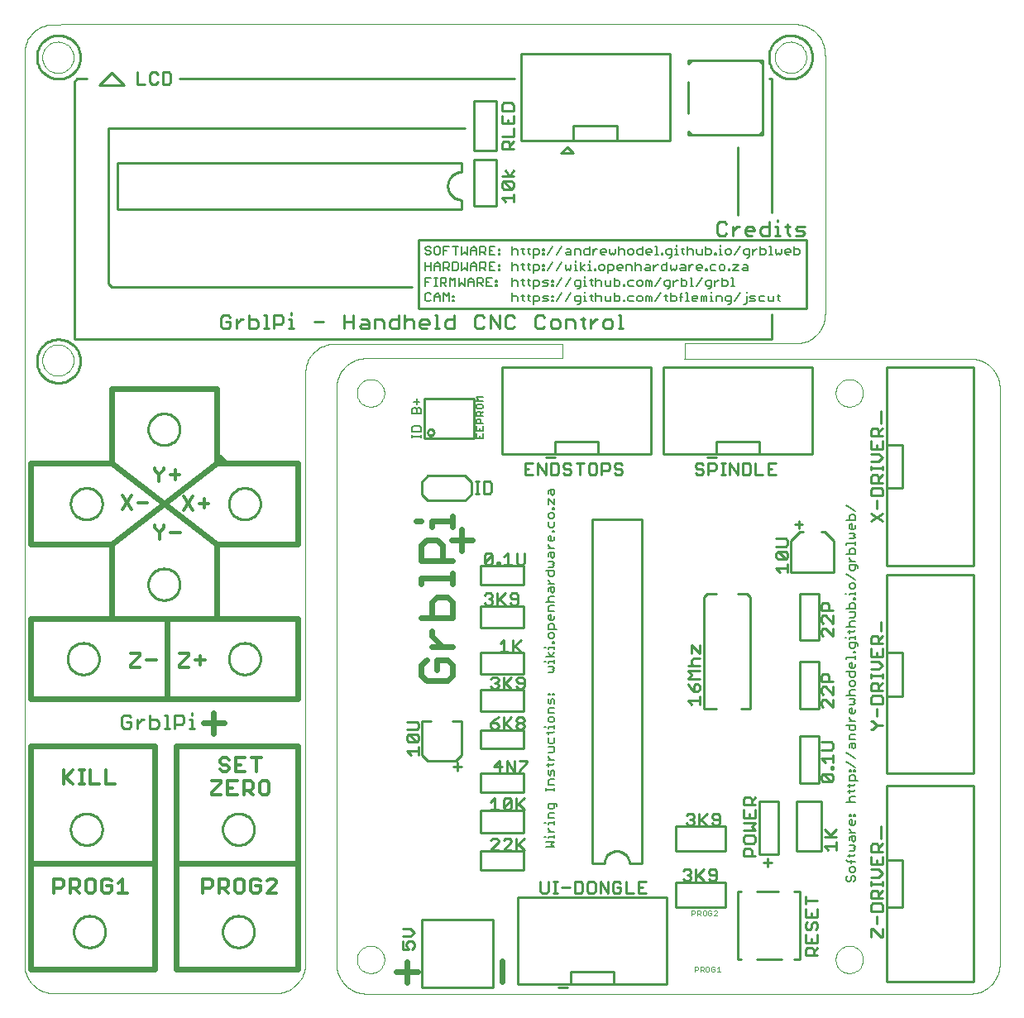
<source format=gto>
G75*
G70*
%OFA0B0*%
%FSLAX24Y24*%
%IPPOS*%
%LPD*%
%AMOC8*
5,1,8,0,0,1.08239X$1,22.5*
%
%ADD10C,0.0000*%
%ADD11C,0.0001*%
%ADD12C,0.0140*%
%ADD13C,0.0240*%
%ADD14C,0.0100*%
%ADD15C,0.0090*%
%ADD16C,0.0040*%
%ADD17C,0.0050*%
%ADD18C,0.0060*%
%ADD19C,0.0110*%
D10*
X016753Y006193D02*
X016755Y006240D01*
X016761Y006286D01*
X016771Y006332D01*
X016784Y006377D01*
X016802Y006420D01*
X016823Y006462D01*
X016847Y006502D01*
X016875Y006539D01*
X016906Y006574D01*
X016940Y006607D01*
X016976Y006636D01*
X017015Y006662D01*
X017056Y006685D01*
X017099Y006704D01*
X017143Y006720D01*
X017188Y006732D01*
X017234Y006740D01*
X017281Y006744D01*
X017327Y006744D01*
X017374Y006740D01*
X017420Y006732D01*
X017465Y006720D01*
X017509Y006704D01*
X017552Y006685D01*
X017593Y006662D01*
X017632Y006636D01*
X017668Y006607D01*
X017702Y006574D01*
X017733Y006539D01*
X017761Y006502D01*
X017785Y006462D01*
X017806Y006420D01*
X017824Y006377D01*
X017837Y006332D01*
X017847Y006286D01*
X017853Y006240D01*
X017855Y006193D01*
X017853Y006146D01*
X017847Y006100D01*
X017837Y006054D01*
X017824Y006009D01*
X017806Y005966D01*
X017785Y005924D01*
X017761Y005884D01*
X017733Y005847D01*
X017702Y005812D01*
X017668Y005779D01*
X017632Y005750D01*
X017593Y005724D01*
X017552Y005701D01*
X017509Y005682D01*
X017465Y005666D01*
X017420Y005654D01*
X017374Y005646D01*
X017327Y005642D01*
X017281Y005642D01*
X017234Y005646D01*
X017188Y005654D01*
X017143Y005666D01*
X017099Y005682D01*
X017056Y005701D01*
X017015Y005724D01*
X016976Y005750D01*
X016940Y005779D01*
X016906Y005812D01*
X016875Y005847D01*
X016847Y005884D01*
X016823Y005924D01*
X016802Y005966D01*
X016784Y006009D01*
X016771Y006054D01*
X016761Y006100D01*
X016755Y006146D01*
X016753Y006193D01*
X036045Y006193D02*
X036047Y006240D01*
X036053Y006286D01*
X036063Y006332D01*
X036076Y006377D01*
X036094Y006420D01*
X036115Y006462D01*
X036139Y006502D01*
X036167Y006539D01*
X036198Y006574D01*
X036232Y006607D01*
X036268Y006636D01*
X036307Y006662D01*
X036348Y006685D01*
X036391Y006704D01*
X036435Y006720D01*
X036480Y006732D01*
X036526Y006740D01*
X036573Y006744D01*
X036619Y006744D01*
X036666Y006740D01*
X036712Y006732D01*
X036757Y006720D01*
X036801Y006704D01*
X036844Y006685D01*
X036885Y006662D01*
X036924Y006636D01*
X036960Y006607D01*
X036994Y006574D01*
X037025Y006539D01*
X037053Y006502D01*
X037077Y006462D01*
X037098Y006420D01*
X037116Y006377D01*
X037129Y006332D01*
X037139Y006286D01*
X037145Y006240D01*
X037147Y006193D01*
X037145Y006146D01*
X037139Y006100D01*
X037129Y006054D01*
X037116Y006009D01*
X037098Y005966D01*
X037077Y005924D01*
X037053Y005884D01*
X037025Y005847D01*
X036994Y005812D01*
X036960Y005779D01*
X036924Y005750D01*
X036885Y005724D01*
X036844Y005701D01*
X036801Y005682D01*
X036757Y005666D01*
X036712Y005654D01*
X036666Y005646D01*
X036619Y005642D01*
X036573Y005642D01*
X036526Y005646D01*
X036480Y005654D01*
X036435Y005666D01*
X036391Y005682D01*
X036348Y005701D01*
X036307Y005724D01*
X036268Y005750D01*
X036232Y005779D01*
X036198Y005812D01*
X036167Y005847D01*
X036139Y005884D01*
X036115Y005924D01*
X036094Y005966D01*
X036076Y006009D01*
X036063Y006054D01*
X036053Y006100D01*
X036047Y006146D01*
X036045Y006193D01*
X036045Y029028D02*
X036047Y029075D01*
X036053Y029121D01*
X036063Y029167D01*
X036076Y029212D01*
X036094Y029255D01*
X036115Y029297D01*
X036139Y029337D01*
X036167Y029374D01*
X036198Y029409D01*
X036232Y029442D01*
X036268Y029471D01*
X036307Y029497D01*
X036348Y029520D01*
X036391Y029539D01*
X036435Y029555D01*
X036480Y029567D01*
X036526Y029575D01*
X036573Y029579D01*
X036619Y029579D01*
X036666Y029575D01*
X036712Y029567D01*
X036757Y029555D01*
X036801Y029539D01*
X036844Y029520D01*
X036885Y029497D01*
X036924Y029471D01*
X036960Y029442D01*
X036994Y029409D01*
X037025Y029374D01*
X037053Y029337D01*
X037077Y029297D01*
X037098Y029255D01*
X037116Y029212D01*
X037129Y029167D01*
X037139Y029121D01*
X037145Y029075D01*
X037147Y029028D01*
X037145Y028981D01*
X037139Y028935D01*
X037129Y028889D01*
X037116Y028844D01*
X037098Y028801D01*
X037077Y028759D01*
X037053Y028719D01*
X037025Y028682D01*
X036994Y028647D01*
X036960Y028614D01*
X036924Y028585D01*
X036885Y028559D01*
X036844Y028536D01*
X036801Y028517D01*
X036757Y028501D01*
X036712Y028489D01*
X036666Y028481D01*
X036619Y028477D01*
X036573Y028477D01*
X036526Y028481D01*
X036480Y028489D01*
X036435Y028501D01*
X036391Y028517D01*
X036348Y028536D01*
X036307Y028559D01*
X036268Y028585D01*
X036232Y028614D01*
X036198Y028647D01*
X036167Y028682D01*
X036139Y028719D01*
X036115Y028759D01*
X036094Y028801D01*
X036076Y028844D01*
X036063Y028889D01*
X036053Y028935D01*
X036047Y028981D01*
X036045Y029028D01*
X033600Y042556D02*
X033602Y042606D01*
X033608Y042656D01*
X033618Y042705D01*
X033632Y042753D01*
X033649Y042800D01*
X033670Y042845D01*
X033695Y042889D01*
X033723Y042930D01*
X033755Y042969D01*
X033789Y043006D01*
X033826Y043040D01*
X033866Y043070D01*
X033908Y043097D01*
X033952Y043121D01*
X033998Y043142D01*
X034045Y043158D01*
X034093Y043171D01*
X034143Y043180D01*
X034192Y043185D01*
X034243Y043186D01*
X034293Y043183D01*
X034342Y043176D01*
X034391Y043165D01*
X034439Y043150D01*
X034485Y043132D01*
X034530Y043110D01*
X034573Y043084D01*
X034614Y043055D01*
X034653Y043023D01*
X034689Y042988D01*
X034721Y042950D01*
X034751Y042910D01*
X034778Y042867D01*
X034801Y042823D01*
X034820Y042777D01*
X034836Y042729D01*
X034848Y042680D01*
X034856Y042631D01*
X034860Y042581D01*
X034860Y042531D01*
X034856Y042481D01*
X034848Y042432D01*
X034836Y042383D01*
X034820Y042335D01*
X034801Y042289D01*
X034778Y042245D01*
X034751Y042202D01*
X034721Y042162D01*
X034689Y042124D01*
X034653Y042089D01*
X034614Y042057D01*
X034573Y042028D01*
X034530Y042002D01*
X034485Y041980D01*
X034439Y041962D01*
X034391Y041947D01*
X034342Y041936D01*
X034293Y041929D01*
X034243Y041926D01*
X034192Y041927D01*
X034143Y041932D01*
X034093Y041941D01*
X034045Y041954D01*
X033998Y041970D01*
X033952Y041991D01*
X033908Y042015D01*
X033866Y042042D01*
X033826Y042072D01*
X033789Y042106D01*
X033755Y042143D01*
X033723Y042182D01*
X033695Y042223D01*
X033670Y042267D01*
X033649Y042312D01*
X033632Y042359D01*
X033618Y042407D01*
X033608Y042456D01*
X033602Y042506D01*
X033600Y042556D01*
X016753Y029028D02*
X016755Y029075D01*
X016761Y029121D01*
X016771Y029167D01*
X016784Y029212D01*
X016802Y029255D01*
X016823Y029297D01*
X016847Y029337D01*
X016875Y029374D01*
X016906Y029409D01*
X016940Y029442D01*
X016976Y029471D01*
X017015Y029497D01*
X017056Y029520D01*
X017099Y029539D01*
X017143Y029555D01*
X017188Y029567D01*
X017234Y029575D01*
X017281Y029579D01*
X017327Y029579D01*
X017374Y029575D01*
X017420Y029567D01*
X017465Y029555D01*
X017509Y029539D01*
X017552Y029520D01*
X017593Y029497D01*
X017632Y029471D01*
X017668Y029442D01*
X017702Y029409D01*
X017733Y029374D01*
X017761Y029337D01*
X017785Y029297D01*
X017806Y029255D01*
X017824Y029212D01*
X017837Y029167D01*
X017847Y029121D01*
X017853Y029075D01*
X017855Y029028D01*
X017853Y028981D01*
X017847Y028935D01*
X017837Y028889D01*
X017824Y028844D01*
X017806Y028801D01*
X017785Y028759D01*
X017761Y028719D01*
X017733Y028682D01*
X017702Y028647D01*
X017668Y028614D01*
X017632Y028585D01*
X017593Y028559D01*
X017552Y028536D01*
X017509Y028517D01*
X017465Y028501D01*
X017420Y028489D01*
X017374Y028481D01*
X017327Y028477D01*
X017281Y028477D01*
X017234Y028481D01*
X017188Y028489D01*
X017143Y028501D01*
X017099Y028517D01*
X017056Y028536D01*
X017015Y028559D01*
X016976Y028585D01*
X016940Y028614D01*
X016906Y028647D01*
X016875Y028682D01*
X016847Y028719D01*
X016823Y028759D01*
X016802Y028801D01*
X016784Y028844D01*
X016771Y028889D01*
X016761Y028935D01*
X016755Y028981D01*
X016753Y029028D01*
X004073Y030351D02*
X004075Y030401D01*
X004081Y030451D01*
X004091Y030500D01*
X004105Y030548D01*
X004122Y030595D01*
X004143Y030640D01*
X004168Y030684D01*
X004196Y030725D01*
X004228Y030764D01*
X004262Y030801D01*
X004299Y030835D01*
X004339Y030865D01*
X004381Y030892D01*
X004425Y030916D01*
X004471Y030937D01*
X004518Y030953D01*
X004566Y030966D01*
X004616Y030975D01*
X004665Y030980D01*
X004716Y030981D01*
X004766Y030978D01*
X004815Y030971D01*
X004864Y030960D01*
X004912Y030945D01*
X004958Y030927D01*
X005003Y030905D01*
X005046Y030879D01*
X005087Y030850D01*
X005126Y030818D01*
X005162Y030783D01*
X005194Y030745D01*
X005224Y030705D01*
X005251Y030662D01*
X005274Y030618D01*
X005293Y030572D01*
X005309Y030524D01*
X005321Y030475D01*
X005329Y030426D01*
X005333Y030376D01*
X005333Y030326D01*
X005329Y030276D01*
X005321Y030227D01*
X005309Y030178D01*
X005293Y030130D01*
X005274Y030084D01*
X005251Y030040D01*
X005224Y029997D01*
X005194Y029957D01*
X005162Y029919D01*
X005126Y029884D01*
X005087Y029852D01*
X005046Y029823D01*
X005003Y029797D01*
X004958Y029775D01*
X004912Y029757D01*
X004864Y029742D01*
X004815Y029731D01*
X004766Y029724D01*
X004716Y029721D01*
X004665Y029722D01*
X004616Y029727D01*
X004566Y029736D01*
X004518Y029749D01*
X004471Y029765D01*
X004425Y029786D01*
X004381Y029810D01*
X004339Y029837D01*
X004299Y029867D01*
X004262Y029901D01*
X004228Y029938D01*
X004196Y029977D01*
X004168Y030018D01*
X004143Y030062D01*
X004122Y030107D01*
X004105Y030154D01*
X004091Y030202D01*
X004081Y030251D01*
X004075Y030301D01*
X004073Y030351D01*
X004073Y042556D02*
X004075Y042606D01*
X004081Y042656D01*
X004091Y042705D01*
X004105Y042753D01*
X004122Y042800D01*
X004143Y042845D01*
X004168Y042889D01*
X004196Y042930D01*
X004228Y042969D01*
X004262Y043006D01*
X004299Y043040D01*
X004339Y043070D01*
X004381Y043097D01*
X004425Y043121D01*
X004471Y043142D01*
X004518Y043158D01*
X004566Y043171D01*
X004616Y043180D01*
X004665Y043185D01*
X004716Y043186D01*
X004766Y043183D01*
X004815Y043176D01*
X004864Y043165D01*
X004912Y043150D01*
X004958Y043132D01*
X005003Y043110D01*
X005046Y043084D01*
X005087Y043055D01*
X005126Y043023D01*
X005162Y042988D01*
X005194Y042950D01*
X005224Y042910D01*
X005251Y042867D01*
X005274Y042823D01*
X005293Y042777D01*
X005309Y042729D01*
X005321Y042680D01*
X005329Y042631D01*
X005333Y042581D01*
X005333Y042531D01*
X005329Y042481D01*
X005321Y042432D01*
X005309Y042383D01*
X005293Y042335D01*
X005274Y042289D01*
X005251Y042245D01*
X005224Y042202D01*
X005194Y042162D01*
X005162Y042124D01*
X005126Y042089D01*
X005087Y042057D01*
X005046Y042028D01*
X005003Y042002D01*
X004958Y041980D01*
X004912Y041962D01*
X004864Y041947D01*
X004815Y041936D01*
X004766Y041929D01*
X004716Y041926D01*
X004665Y041927D01*
X004616Y041932D01*
X004566Y041941D01*
X004518Y041954D01*
X004471Y041970D01*
X004425Y041991D01*
X004381Y042015D01*
X004339Y042042D01*
X004299Y042072D01*
X004262Y042106D01*
X004228Y042143D01*
X004196Y042182D01*
X004168Y042223D01*
X004143Y042267D01*
X004122Y042312D01*
X004105Y042359D01*
X004091Y042407D01*
X004081Y042456D01*
X004075Y042506D01*
X004073Y042556D01*
D11*
X004544Y004829D02*
X013461Y004829D01*
X013459Y004830D02*
X013527Y004832D01*
X013595Y004838D01*
X013662Y004847D01*
X013729Y004861D01*
X013795Y004878D01*
X013860Y004899D01*
X013924Y004923D01*
X013986Y004951D01*
X014047Y004982D01*
X014105Y005017D01*
X014162Y005055D01*
X014216Y005095D01*
X014269Y005139D01*
X014318Y005186D01*
X014365Y005236D01*
X014409Y005288D01*
X014450Y005342D01*
X014488Y005399D01*
X014523Y005457D01*
X014554Y005518D01*
X014582Y005580D01*
X014607Y005643D01*
X014627Y005708D01*
X014645Y005774D01*
X014658Y005841D01*
X014668Y005909D01*
X014674Y005976D01*
X014676Y006045D01*
X014674Y006113D01*
X014675Y006109D02*
X014671Y029822D01*
X014671Y029817D02*
X014673Y029884D01*
X014678Y029950D01*
X014687Y030015D01*
X014699Y030081D01*
X014716Y030145D01*
X014735Y030208D01*
X014759Y030270D01*
X014785Y030331D01*
X014815Y030390D01*
X014849Y030447D01*
X014885Y030503D01*
X014925Y030556D01*
X014967Y030607D01*
X015012Y030655D01*
X015060Y030701D01*
X015110Y030744D01*
X015163Y030785D01*
X015218Y030822D01*
X015275Y030856D01*
X015333Y030887D01*
X015394Y030915D01*
X015455Y030939D01*
X015518Y030960D01*
X015582Y030977D01*
X015647Y030990D01*
X015713Y031000D01*
X015779Y031006D01*
X015845Y031009D01*
X015911Y031008D01*
X015914Y031007D01*
X025044Y031012D01*
X025043Y031014D02*
X025044Y030424D01*
X017176Y030424D01*
X017173Y030426D02*
X017107Y030427D01*
X017041Y030424D01*
X016975Y030418D01*
X016909Y030408D01*
X016844Y030395D01*
X016780Y030378D01*
X016717Y030357D01*
X016656Y030333D01*
X016595Y030305D01*
X016537Y030274D01*
X016480Y030240D01*
X016425Y030203D01*
X016372Y030162D01*
X016322Y030119D01*
X016274Y030073D01*
X016229Y030025D01*
X016187Y029974D01*
X016147Y029921D01*
X016111Y029865D01*
X016077Y029808D01*
X016047Y029749D01*
X016021Y029688D01*
X015997Y029626D01*
X015978Y029563D01*
X015961Y029499D01*
X015949Y029433D01*
X015940Y029368D01*
X015935Y029302D01*
X015933Y029235D01*
X015934Y029235D02*
X015934Y006055D01*
X015934Y005995D01*
X015933Y006055D02*
X015932Y005989D01*
X015935Y005923D01*
X015941Y005857D01*
X015951Y005791D01*
X015964Y005726D01*
X015981Y005662D01*
X016002Y005599D01*
X016026Y005538D01*
X016054Y005477D01*
X016085Y005419D01*
X016119Y005362D01*
X016156Y005307D01*
X016197Y005254D01*
X016240Y005204D01*
X016286Y005156D01*
X016334Y005111D01*
X016385Y005069D01*
X016438Y005029D01*
X016494Y004993D01*
X016551Y004959D01*
X016610Y004929D01*
X016671Y004903D01*
X016733Y004879D01*
X016796Y004860D01*
X016860Y004843D01*
X016926Y004831D01*
X016991Y004822D01*
X017057Y004817D01*
X017124Y004815D01*
X017104Y004815D01*
X017124Y004815D02*
X041414Y004815D01*
X041474Y004815D01*
X041414Y004814D02*
X041480Y004813D01*
X041546Y004816D01*
X041612Y004822D01*
X041678Y004832D01*
X041743Y004845D01*
X041807Y004862D01*
X041870Y004883D01*
X041931Y004907D01*
X041992Y004935D01*
X042050Y004966D01*
X042107Y005000D01*
X042162Y005037D01*
X042215Y005078D01*
X042265Y005121D01*
X042313Y005167D01*
X042358Y005215D01*
X042400Y005266D01*
X042440Y005319D01*
X042476Y005375D01*
X042510Y005432D01*
X042540Y005491D01*
X042566Y005552D01*
X042590Y005614D01*
X042609Y005677D01*
X042626Y005741D01*
X042638Y005807D01*
X042647Y005872D01*
X042652Y005938D01*
X042654Y006005D01*
X042654Y029165D01*
X042654Y029225D01*
X042654Y029165D02*
X042655Y029232D01*
X042653Y029298D01*
X042647Y029365D01*
X042637Y029430D01*
X042624Y029496D01*
X042607Y029560D01*
X042586Y029623D01*
X042562Y029685D01*
X042534Y029746D01*
X042504Y029805D01*
X042470Y029862D01*
X042432Y029917D01*
X042392Y029970D01*
X042349Y030021D01*
X042303Y030069D01*
X042255Y030114D01*
X042204Y030157D01*
X042150Y030197D01*
X042095Y030234D01*
X042037Y030267D01*
X041978Y030298D01*
X041917Y030325D01*
X041855Y030348D01*
X041792Y030368D01*
X041727Y030385D01*
X041662Y030398D01*
X041596Y030407D01*
X041530Y030412D01*
X041463Y030414D01*
X041460Y030414D01*
X041459Y030414D02*
X041464Y030414D01*
X029974Y030414D01*
X029934Y030414D01*
X029974Y030414D02*
X029974Y031022D01*
X034359Y031022D01*
X034375Y031024D02*
X034441Y031023D01*
X034507Y031026D01*
X034574Y031032D01*
X034639Y031042D01*
X034704Y031055D01*
X034768Y031072D01*
X034832Y031093D01*
X034893Y031117D01*
X034954Y031145D01*
X035013Y031176D01*
X035069Y031210D01*
X035124Y031247D01*
X035177Y031287D01*
X035228Y031331D01*
X035276Y031377D01*
X035321Y031425D01*
X035363Y031476D01*
X035403Y031529D01*
X035440Y031585D01*
X035473Y031642D01*
X035503Y031701D01*
X035530Y031762D01*
X035553Y031824D01*
X035573Y031888D01*
X035589Y031952D01*
X035602Y032017D01*
X035611Y032083D01*
X035616Y032149D01*
X035618Y032216D01*
X035619Y032206D02*
X035619Y042649D01*
X035612Y042649D01*
X035611Y042647D02*
X035612Y042713D01*
X035609Y042779D01*
X035603Y042846D01*
X035593Y042911D01*
X035580Y042976D01*
X035563Y043040D01*
X035542Y043104D01*
X035518Y043165D01*
X035490Y043226D01*
X035459Y043285D01*
X035425Y043341D01*
X035388Y043396D01*
X035348Y043449D01*
X035304Y043500D01*
X035258Y043548D01*
X035210Y043593D01*
X035159Y043635D01*
X035106Y043675D01*
X035050Y043712D01*
X034993Y043745D01*
X034934Y043775D01*
X034873Y043802D01*
X034811Y043825D01*
X034747Y043845D01*
X034683Y043861D01*
X034618Y043874D01*
X034552Y043883D01*
X034486Y043888D01*
X034419Y043890D01*
X034420Y043890D02*
X034420Y043890D01*
X005074Y043890D01*
X005072Y043890D02*
X004521Y043882D01*
X004522Y043882D02*
X004455Y043881D01*
X004388Y043876D01*
X004322Y043867D01*
X004256Y043854D01*
X004191Y043837D01*
X004127Y043817D01*
X004065Y043793D01*
X004004Y043766D01*
X003944Y043735D01*
X003887Y043700D01*
X003832Y043663D01*
X003779Y043622D01*
X003728Y043578D01*
X003680Y043532D01*
X003635Y043482D01*
X003592Y043430D01*
X003553Y043376D01*
X003517Y043320D01*
X003484Y043261D01*
X003455Y043201D01*
X003429Y043139D01*
X003407Y043076D01*
X003389Y043012D01*
X003374Y042947D01*
X003363Y042880D01*
X003356Y042814D01*
X003353Y042747D01*
X003354Y042680D01*
X003353Y042682D02*
X003353Y006068D01*
X003353Y006069D02*
X003352Y006003D01*
X003355Y005937D01*
X003361Y005871D01*
X003371Y005805D01*
X003384Y005740D01*
X003401Y005676D01*
X003422Y005613D01*
X003446Y005552D01*
X003474Y005491D01*
X003505Y005433D01*
X003539Y005376D01*
X003576Y005321D01*
X003617Y005268D01*
X003660Y005218D01*
X003706Y005170D01*
X003754Y005125D01*
X003805Y005083D01*
X003858Y005043D01*
X003914Y005007D01*
X003971Y004973D01*
X004030Y004943D01*
X004091Y004917D01*
X004153Y004893D01*
X004216Y004874D01*
X004280Y004857D01*
X004346Y004845D01*
X004411Y004836D01*
X004477Y004831D01*
X004544Y004829D01*
X032684Y032392D02*
X032701Y032410D01*
D12*
X013212Y013295D02*
X013212Y012922D01*
X013119Y012828D01*
X012932Y012828D01*
X012839Y012922D01*
X012839Y013295D01*
X012932Y013389D01*
X013119Y013389D01*
X013212Y013295D01*
X012702Y013764D02*
X012702Y014324D01*
X012516Y014324D02*
X012889Y014324D01*
X012245Y014324D02*
X011871Y014324D01*
X011871Y013764D01*
X012245Y013764D01*
X012058Y014044D02*
X011871Y014044D01*
X011600Y013951D02*
X011600Y013857D01*
X011507Y013764D01*
X011320Y013764D01*
X011226Y013857D01*
X011320Y014044D02*
X011226Y014137D01*
X011226Y014231D01*
X011320Y014324D01*
X011507Y014324D01*
X011600Y014231D01*
X011507Y014044D02*
X011600Y013951D01*
X011507Y014044D02*
X011320Y014044D01*
X011279Y013389D02*
X011279Y013295D01*
X010905Y012922D01*
X010905Y012828D01*
X011279Y012828D01*
X011550Y012828D02*
X011550Y013389D01*
X011923Y013389D01*
X012194Y013389D02*
X012194Y012828D01*
X012194Y013015D02*
X012474Y013015D01*
X012568Y013109D01*
X012568Y013295D01*
X012474Y013389D01*
X012194Y013389D01*
X012381Y013015D02*
X012568Y012828D01*
X011923Y012828D02*
X011550Y012828D01*
X011550Y013109D02*
X011736Y013109D01*
X011279Y013389D02*
X010905Y013389D01*
X010829Y009445D02*
X010922Y009352D01*
X010922Y009165D01*
X010829Y009072D01*
X010548Y009072D01*
X010548Y008885D02*
X010548Y009445D01*
X010829Y009445D01*
X011193Y009445D02*
X011473Y009445D01*
X011567Y009352D01*
X011567Y009165D01*
X011473Y009072D01*
X011193Y009072D01*
X011380Y009072D02*
X011567Y008885D01*
X011838Y008978D02*
X011838Y009352D01*
X011931Y009445D01*
X012118Y009445D01*
X012211Y009352D01*
X012211Y008978D01*
X012118Y008885D01*
X011931Y008885D01*
X011838Y008978D01*
X012482Y008978D02*
X012482Y009352D01*
X012576Y009445D01*
X012762Y009445D01*
X012856Y009352D01*
X012856Y009165D02*
X012669Y009165D01*
X012856Y009165D02*
X012856Y008978D01*
X012762Y008885D01*
X012576Y008885D01*
X012482Y008978D01*
X013127Y008885D02*
X013500Y009259D01*
X013500Y009352D01*
X013407Y009445D01*
X013220Y009445D01*
X013127Y009352D01*
X013127Y008885D02*
X013500Y008885D01*
X011193Y008885D02*
X011193Y009445D01*
X007500Y008885D02*
X007127Y008885D01*
X007313Y008885D02*
X007313Y009445D01*
X007127Y009259D01*
X006856Y009352D02*
X006762Y009445D01*
X006576Y009445D01*
X006482Y009352D01*
X006482Y008978D01*
X006576Y008885D01*
X006762Y008885D01*
X006856Y008978D01*
X006856Y009165D01*
X006669Y009165D01*
X006211Y008978D02*
X006211Y009352D01*
X006118Y009445D01*
X005931Y009445D01*
X005838Y009352D01*
X005838Y008978D01*
X005931Y008885D01*
X006118Y008885D01*
X006211Y008978D01*
X005567Y008885D02*
X005380Y009072D01*
X005473Y009072D02*
X005193Y009072D01*
X005193Y008885D02*
X005193Y009445D01*
X005473Y009445D01*
X005567Y009352D01*
X005567Y009165D01*
X005473Y009072D01*
X004922Y009165D02*
X004829Y009072D01*
X004548Y009072D01*
X004548Y008885D02*
X004548Y009445D01*
X004829Y009445D01*
X004922Y009352D01*
X004922Y009165D01*
X004923Y013260D02*
X004923Y013820D01*
X005017Y013540D02*
X005297Y013260D01*
X005568Y013260D02*
X005755Y013260D01*
X005661Y013260D02*
X005661Y013820D01*
X005568Y013820D02*
X005755Y013820D01*
X005998Y013820D02*
X005998Y013260D01*
X006371Y013260D01*
X006642Y013260D02*
X006642Y013820D01*
X006642Y013260D02*
X007016Y013260D01*
X005297Y013820D02*
X004923Y013447D01*
X007638Y017984D02*
X008012Y017984D01*
X007638Y017984D02*
X007638Y018077D01*
X008012Y018451D01*
X008012Y018544D01*
X007638Y018544D01*
X008283Y018264D02*
X008657Y018264D01*
X009607Y018077D02*
X009607Y017984D01*
X009981Y017984D01*
X009607Y018077D02*
X009981Y018451D01*
X009981Y018544D01*
X009607Y018544D01*
X010251Y018264D02*
X010625Y018264D01*
X010438Y018451D02*
X010438Y018077D01*
X008793Y023137D02*
X008793Y023417D01*
X008980Y023604D01*
X008980Y023697D01*
X008793Y023417D02*
X008607Y023604D01*
X008607Y023697D01*
X009251Y023417D02*
X009625Y023417D01*
X009761Y024295D02*
X010135Y024856D01*
X009761Y024856D02*
X010135Y024295D01*
X010406Y024576D02*
X010780Y024576D01*
X010593Y024762D02*
X010593Y024389D01*
X009424Y025547D02*
X009424Y025921D01*
X009237Y025734D02*
X009611Y025734D01*
X008966Y025921D02*
X008966Y026014D01*
X008966Y025921D02*
X008779Y025734D01*
X008779Y025454D01*
X008779Y025734D02*
X008592Y025921D01*
X008592Y026014D01*
X007670Y024898D02*
X007297Y024338D01*
X007670Y024338D02*
X007297Y024898D01*
X007941Y024618D02*
X008315Y024618D01*
D13*
X006853Y026190D02*
X011103Y022940D01*
X014353Y022940D01*
X014353Y026190D01*
X011103Y026190D01*
X006853Y022940D01*
X003603Y022940D01*
X003603Y026190D01*
X006853Y026190D01*
X006853Y029190D01*
X011103Y029190D01*
X011103Y026190D01*
X011228Y026440D02*
X011353Y026315D01*
X011103Y022940D02*
X011103Y019940D01*
X014353Y019940D01*
X014353Y016690D01*
X009103Y016690D01*
X009103Y019940D01*
X011103Y019940D01*
X009103Y019940D02*
X006853Y019940D01*
X003603Y019940D01*
X003603Y016690D01*
X009103Y016690D01*
X010558Y015730D02*
X011398Y015730D01*
X010978Y015310D02*
X010978Y016151D01*
X009478Y014815D02*
X009478Y010065D01*
X014353Y010065D01*
X014353Y005815D01*
X009478Y005815D01*
X009478Y010065D01*
X008603Y010065D02*
X003603Y010065D01*
X003603Y005815D01*
X008603Y005815D01*
X008603Y010065D01*
X008603Y014815D01*
X003603Y014815D01*
X003603Y010065D01*
X009478Y014815D02*
X014353Y014815D01*
X014353Y010065D01*
X018348Y005691D02*
X019189Y005691D01*
X018769Y006111D02*
X018769Y005270D01*
X022603Y005310D02*
X022603Y006151D01*
X020398Y017435D02*
X019558Y017435D01*
X019347Y017645D01*
X019347Y018066D01*
X019558Y018276D01*
X019978Y018276D02*
X019978Y017855D01*
X019978Y018276D02*
X020398Y018276D01*
X020608Y018066D01*
X020608Y017645D01*
X020398Y017435D01*
X020188Y018816D02*
X019768Y019237D01*
X019768Y019447D01*
X019768Y019967D02*
X019768Y020598D01*
X019978Y020808D01*
X020398Y020808D01*
X020608Y020598D01*
X020608Y019967D01*
X019347Y019967D01*
X019768Y018816D02*
X020608Y018816D01*
X020608Y021348D02*
X020608Y021769D01*
X020608Y021559D02*
X019347Y021559D01*
X019347Y021348D01*
X019347Y022269D02*
X019347Y022900D01*
X019558Y023110D01*
X019978Y023110D01*
X020188Y022900D01*
X020188Y022269D01*
X020608Y022269D02*
X019347Y022269D01*
X019768Y023650D02*
X019768Y023860D01*
X020608Y023860D01*
X020608Y023650D02*
X020608Y024071D01*
X020978Y023526D02*
X020978Y022685D01*
X020558Y023105D02*
X021398Y023105D01*
X019347Y023860D02*
X019137Y023860D01*
X006853Y022940D02*
X006853Y019940D01*
D14*
X005091Y018315D02*
X005093Y018365D01*
X005099Y018415D01*
X005109Y018464D01*
X005122Y018512D01*
X005139Y018559D01*
X005160Y018604D01*
X005185Y018648D01*
X005213Y018689D01*
X005244Y018729D01*
X005278Y018765D01*
X005314Y018799D01*
X005354Y018830D01*
X005395Y018858D01*
X005439Y018883D01*
X005484Y018904D01*
X005531Y018921D01*
X005579Y018934D01*
X005628Y018944D01*
X005678Y018950D01*
X005728Y018952D01*
X005778Y018950D01*
X005828Y018944D01*
X005877Y018934D01*
X005925Y018921D01*
X005972Y018904D01*
X006017Y018883D01*
X006061Y018858D01*
X006102Y018830D01*
X006142Y018799D01*
X006178Y018765D01*
X006212Y018729D01*
X006243Y018689D01*
X006271Y018648D01*
X006296Y018604D01*
X006317Y018559D01*
X006334Y018512D01*
X006347Y018464D01*
X006357Y018415D01*
X006363Y018365D01*
X006365Y018315D01*
X006363Y018265D01*
X006357Y018215D01*
X006347Y018166D01*
X006334Y018118D01*
X006317Y018071D01*
X006296Y018026D01*
X006271Y017982D01*
X006243Y017941D01*
X006212Y017901D01*
X006178Y017865D01*
X006142Y017831D01*
X006102Y017800D01*
X006061Y017772D01*
X006017Y017747D01*
X005972Y017726D01*
X005925Y017709D01*
X005877Y017696D01*
X005828Y017686D01*
X005778Y017680D01*
X005728Y017678D01*
X005678Y017680D01*
X005628Y017686D01*
X005579Y017696D01*
X005531Y017709D01*
X005484Y017726D01*
X005439Y017747D01*
X005395Y017772D01*
X005354Y017800D01*
X005314Y017831D01*
X005278Y017865D01*
X005244Y017901D01*
X005213Y017941D01*
X005185Y017982D01*
X005160Y018026D01*
X005139Y018071D01*
X005122Y018118D01*
X005109Y018166D01*
X005099Y018215D01*
X005093Y018265D01*
X005091Y018315D01*
X008341Y021315D02*
X008343Y021365D01*
X008349Y021415D01*
X008359Y021464D01*
X008372Y021512D01*
X008389Y021559D01*
X008410Y021604D01*
X008435Y021648D01*
X008463Y021689D01*
X008494Y021729D01*
X008528Y021765D01*
X008564Y021799D01*
X008604Y021830D01*
X008645Y021858D01*
X008689Y021883D01*
X008734Y021904D01*
X008781Y021921D01*
X008829Y021934D01*
X008878Y021944D01*
X008928Y021950D01*
X008978Y021952D01*
X009028Y021950D01*
X009078Y021944D01*
X009127Y021934D01*
X009175Y021921D01*
X009222Y021904D01*
X009267Y021883D01*
X009311Y021858D01*
X009352Y021830D01*
X009392Y021799D01*
X009428Y021765D01*
X009462Y021729D01*
X009493Y021689D01*
X009521Y021648D01*
X009546Y021604D01*
X009567Y021559D01*
X009584Y021512D01*
X009597Y021464D01*
X009607Y021415D01*
X009613Y021365D01*
X009615Y021315D01*
X009613Y021265D01*
X009607Y021215D01*
X009597Y021166D01*
X009584Y021118D01*
X009567Y021071D01*
X009546Y021026D01*
X009521Y020982D01*
X009493Y020941D01*
X009462Y020901D01*
X009428Y020865D01*
X009392Y020831D01*
X009352Y020800D01*
X009311Y020772D01*
X009267Y020747D01*
X009222Y020726D01*
X009175Y020709D01*
X009127Y020696D01*
X009078Y020686D01*
X009028Y020680D01*
X008978Y020678D01*
X008928Y020680D01*
X008878Y020686D01*
X008829Y020696D01*
X008781Y020709D01*
X008734Y020726D01*
X008689Y020747D01*
X008645Y020772D01*
X008604Y020800D01*
X008564Y020831D01*
X008528Y020865D01*
X008494Y020901D01*
X008463Y020941D01*
X008435Y020982D01*
X008410Y021026D01*
X008389Y021071D01*
X008372Y021118D01*
X008359Y021166D01*
X008349Y021215D01*
X008343Y021265D01*
X008341Y021315D01*
X005216Y024565D02*
X005218Y024615D01*
X005224Y024665D01*
X005234Y024714D01*
X005247Y024762D01*
X005264Y024809D01*
X005285Y024854D01*
X005310Y024898D01*
X005338Y024939D01*
X005369Y024979D01*
X005403Y025015D01*
X005439Y025049D01*
X005479Y025080D01*
X005520Y025108D01*
X005564Y025133D01*
X005609Y025154D01*
X005656Y025171D01*
X005704Y025184D01*
X005753Y025194D01*
X005803Y025200D01*
X005853Y025202D01*
X005903Y025200D01*
X005953Y025194D01*
X006002Y025184D01*
X006050Y025171D01*
X006097Y025154D01*
X006142Y025133D01*
X006186Y025108D01*
X006227Y025080D01*
X006267Y025049D01*
X006303Y025015D01*
X006337Y024979D01*
X006368Y024939D01*
X006396Y024898D01*
X006421Y024854D01*
X006442Y024809D01*
X006459Y024762D01*
X006472Y024714D01*
X006482Y024665D01*
X006488Y024615D01*
X006490Y024565D01*
X006488Y024515D01*
X006482Y024465D01*
X006472Y024416D01*
X006459Y024368D01*
X006442Y024321D01*
X006421Y024276D01*
X006396Y024232D01*
X006368Y024191D01*
X006337Y024151D01*
X006303Y024115D01*
X006267Y024081D01*
X006227Y024050D01*
X006186Y024022D01*
X006142Y023997D01*
X006097Y023976D01*
X006050Y023959D01*
X006002Y023946D01*
X005953Y023936D01*
X005903Y023930D01*
X005853Y023928D01*
X005803Y023930D01*
X005753Y023936D01*
X005704Y023946D01*
X005656Y023959D01*
X005609Y023976D01*
X005564Y023997D01*
X005520Y024022D01*
X005479Y024050D01*
X005439Y024081D01*
X005403Y024115D01*
X005369Y024151D01*
X005338Y024191D01*
X005310Y024232D01*
X005285Y024276D01*
X005264Y024321D01*
X005247Y024368D01*
X005234Y024416D01*
X005224Y024465D01*
X005218Y024515D01*
X005216Y024565D01*
X008341Y027565D02*
X008343Y027615D01*
X008349Y027665D01*
X008359Y027714D01*
X008372Y027762D01*
X008389Y027809D01*
X008410Y027854D01*
X008435Y027898D01*
X008463Y027939D01*
X008494Y027979D01*
X008528Y028015D01*
X008564Y028049D01*
X008604Y028080D01*
X008645Y028108D01*
X008689Y028133D01*
X008734Y028154D01*
X008781Y028171D01*
X008829Y028184D01*
X008878Y028194D01*
X008928Y028200D01*
X008978Y028202D01*
X009028Y028200D01*
X009078Y028194D01*
X009127Y028184D01*
X009175Y028171D01*
X009222Y028154D01*
X009267Y028133D01*
X009311Y028108D01*
X009352Y028080D01*
X009392Y028049D01*
X009428Y028015D01*
X009462Y027979D01*
X009493Y027939D01*
X009521Y027898D01*
X009546Y027854D01*
X009567Y027809D01*
X009584Y027762D01*
X009597Y027714D01*
X009607Y027665D01*
X009613Y027615D01*
X009615Y027565D01*
X009613Y027515D01*
X009607Y027465D01*
X009597Y027416D01*
X009584Y027368D01*
X009567Y027321D01*
X009546Y027276D01*
X009521Y027232D01*
X009493Y027191D01*
X009462Y027151D01*
X009428Y027115D01*
X009392Y027081D01*
X009352Y027050D01*
X009311Y027022D01*
X009267Y026997D01*
X009222Y026976D01*
X009175Y026959D01*
X009127Y026946D01*
X009078Y026936D01*
X009028Y026930D01*
X008978Y026928D01*
X008928Y026930D01*
X008878Y026936D01*
X008829Y026946D01*
X008781Y026959D01*
X008734Y026976D01*
X008689Y026997D01*
X008645Y027022D01*
X008604Y027050D01*
X008564Y027081D01*
X008528Y027115D01*
X008494Y027151D01*
X008463Y027191D01*
X008435Y027232D01*
X008410Y027276D01*
X008389Y027321D01*
X008372Y027368D01*
X008359Y027416D01*
X008349Y027465D01*
X008343Y027515D01*
X008341Y027565D01*
X005353Y031190D02*
X033478Y031190D01*
X033478Y032190D01*
X034853Y032440D02*
X019228Y032440D01*
X019228Y035190D01*
X034853Y035190D01*
X034853Y032440D01*
X035103Y030065D02*
X035103Y026565D01*
X032978Y026565D01*
X032978Y027065D01*
X031228Y027065D01*
X031228Y026565D01*
X029103Y026565D01*
X029103Y030065D01*
X035103Y030065D01*
X038103Y030065D02*
X038103Y026940D01*
X038728Y026940D01*
X038728Y025190D01*
X038103Y025190D01*
X038103Y026940D01*
X037853Y027815D02*
X037853Y028315D01*
X038103Y030065D02*
X041603Y030065D01*
X041603Y022065D01*
X038103Y022065D01*
X038103Y025190D01*
X035978Y023065D02*
X035603Y023440D01*
X035478Y023440D01*
X035978Y023065D02*
X035978Y021815D01*
X034228Y021815D01*
X034228Y023065D01*
X034603Y023440D01*
X034728Y023440D01*
X034603Y020940D02*
X034603Y019065D01*
X035353Y019065D01*
X035353Y020940D01*
X034603Y020940D01*
X032603Y020815D02*
X032478Y020940D01*
X032103Y020940D01*
X032603Y020815D02*
X032603Y016315D01*
X032228Y016315D01*
X031228Y016315D02*
X030728Y016315D01*
X030728Y020815D01*
X030853Y020940D01*
X031228Y020940D01*
X028228Y023940D02*
X028228Y010065D01*
X027728Y010065D01*
X027726Y010109D01*
X027720Y010152D01*
X027711Y010194D01*
X027698Y010236D01*
X027681Y010276D01*
X027661Y010315D01*
X027638Y010352D01*
X027611Y010386D01*
X027582Y010419D01*
X027549Y010448D01*
X027515Y010475D01*
X027478Y010498D01*
X027439Y010518D01*
X027399Y010535D01*
X027357Y010548D01*
X027315Y010557D01*
X027272Y010563D01*
X027228Y010565D01*
X027184Y010563D01*
X027141Y010557D01*
X027099Y010548D01*
X027057Y010535D01*
X027017Y010518D01*
X026978Y010498D01*
X026941Y010475D01*
X026907Y010448D01*
X026874Y010419D01*
X026845Y010386D01*
X026818Y010352D01*
X026795Y010315D01*
X026775Y010276D01*
X026758Y010236D01*
X026745Y010194D01*
X026736Y010152D01*
X026730Y010109D01*
X026728Y010065D01*
X026228Y010065D01*
X026228Y023940D01*
X028228Y023940D01*
X028603Y026565D02*
X026478Y026565D01*
X026478Y027065D01*
X024728Y027065D01*
X024728Y026565D01*
X022603Y026565D01*
X022603Y030065D01*
X028603Y030065D01*
X028603Y026565D01*
X026478Y026565D02*
X024728Y026565D01*
X024728Y026440D02*
X024353Y026440D01*
X021478Y027190D02*
X019478Y027190D01*
X019478Y028815D01*
X021478Y028815D01*
X021478Y027190D01*
X021103Y025690D02*
X021353Y025440D01*
X021353Y024940D01*
X021103Y024690D01*
X019603Y024690D01*
X019353Y024940D01*
X019353Y025440D01*
X019603Y025690D01*
X021103Y025690D01*
X019603Y027440D02*
X019605Y027462D01*
X019611Y027483D01*
X019620Y027502D01*
X019632Y027520D01*
X019648Y027536D01*
X019665Y027548D01*
X019685Y027557D01*
X019706Y027563D01*
X019728Y027565D01*
X019750Y027563D01*
X019771Y027557D01*
X019790Y027548D01*
X019808Y027536D01*
X019824Y027520D01*
X019836Y027502D01*
X019845Y027483D01*
X019851Y027462D01*
X019853Y027440D01*
X019851Y027418D01*
X019845Y027397D01*
X019836Y027378D01*
X019824Y027360D01*
X019808Y027344D01*
X019791Y027332D01*
X019771Y027323D01*
X019750Y027317D01*
X019728Y027315D01*
X019706Y027317D01*
X019685Y027323D01*
X019665Y027332D01*
X019648Y027344D01*
X019632Y027360D01*
X019620Y027377D01*
X019611Y027397D01*
X019605Y027418D01*
X019603Y027440D01*
X021728Y022065D02*
X023478Y022065D01*
X023478Y021315D01*
X021728Y021315D01*
X021728Y022065D01*
X021728Y020440D02*
X021728Y019565D01*
X023478Y019565D01*
X023478Y020440D01*
X021728Y020440D01*
X021728Y018565D02*
X023478Y018565D01*
X023478Y017690D01*
X021728Y017690D01*
X021728Y018565D01*
X021728Y017065D02*
X023478Y017065D01*
X023478Y016190D01*
X021728Y016190D01*
X021728Y017065D01*
X020978Y015815D02*
X020603Y015815D01*
X020978Y015815D02*
X020978Y014440D01*
X020728Y014190D01*
X019603Y014190D01*
X019353Y014440D01*
X019353Y015815D01*
X019728Y015815D01*
X021728Y015440D02*
X021728Y014690D01*
X023478Y014690D01*
X023478Y015440D01*
X021728Y015440D01*
X021728Y013690D02*
X023478Y013690D01*
X023478Y012940D01*
X021728Y012940D01*
X021728Y013690D01*
X021728Y012190D02*
X023478Y012190D01*
X023478Y011315D01*
X021728Y011315D01*
X021728Y012190D01*
X021728Y010565D02*
X021728Y009815D01*
X023478Y009815D01*
X023478Y010565D01*
X021728Y010565D01*
X023228Y008690D02*
X023228Y005190D01*
X025353Y005190D01*
X025353Y005690D01*
X027103Y005690D01*
X027103Y005190D01*
X029228Y005190D01*
X029228Y008690D01*
X023228Y008690D01*
X022228Y007815D02*
X022228Y005065D01*
X019353Y005065D01*
X019353Y007815D01*
X022228Y007815D01*
X024853Y005065D02*
X025228Y005065D01*
X025353Y005190D02*
X027103Y005190D01*
X029603Y008315D02*
X029603Y009315D01*
X031603Y009315D01*
X031603Y008315D01*
X029603Y008315D01*
X029603Y010565D02*
X031603Y010565D01*
X031603Y011565D01*
X029603Y011565D01*
X029603Y010565D01*
X032103Y008940D02*
X032228Y008940D01*
X032103Y008940D02*
X032103Y006190D01*
X032228Y006190D01*
X032853Y006190D02*
X033853Y006190D01*
X034353Y006190D02*
X034603Y006190D01*
X034603Y008940D01*
X034353Y008940D01*
X033728Y008940D02*
X032853Y008940D01*
X032978Y010440D02*
X032978Y012565D01*
X033728Y012565D01*
X033728Y010440D01*
X032978Y010440D01*
X034478Y010565D02*
X034478Y012565D01*
X035478Y012565D01*
X035478Y010565D01*
X034478Y010565D01*
X034603Y013315D02*
X034603Y015190D01*
X035353Y015190D01*
X035353Y013315D01*
X034603Y013315D01*
X034603Y016315D02*
X034603Y018190D01*
X035353Y018190D01*
X035353Y016315D01*
X034603Y016315D01*
X038103Y016815D02*
X038103Y013690D01*
X041603Y013690D01*
X041603Y021690D01*
X038103Y021690D01*
X038103Y018565D01*
X038728Y018565D01*
X038728Y016815D01*
X038103Y016815D01*
X038103Y018565D01*
X037853Y019440D02*
X037853Y019815D01*
X038103Y013190D02*
X038103Y010190D01*
X038728Y010190D01*
X038728Y008315D01*
X038103Y008315D01*
X038103Y005315D01*
X041603Y005315D01*
X041603Y013190D01*
X038103Y013190D01*
X037853Y011565D02*
X037853Y011065D01*
X038103Y010190D02*
X038103Y008315D01*
X031228Y026440D02*
X030853Y026440D01*
X031228Y026565D02*
X032978Y026565D01*
X032103Y036190D02*
X032103Y038940D01*
X032978Y039440D02*
X033103Y039440D01*
X033103Y039565D01*
X032978Y039440D01*
X030228Y039440D01*
X030103Y039565D01*
X030103Y039440D01*
X030228Y039440D01*
X030103Y040315D02*
X030103Y041565D01*
X030103Y042315D02*
X030228Y042440D01*
X030103Y042440D01*
X030103Y042315D01*
X030228Y042440D02*
X032978Y042440D01*
X033103Y042315D01*
X033103Y039565D01*
X033353Y041690D02*
X033478Y041690D01*
X033478Y036315D01*
X029353Y039190D02*
X029353Y042690D01*
X023353Y042690D01*
X023353Y039190D01*
X025478Y039190D01*
X027228Y039190D01*
X027228Y039815D01*
X025478Y039815D01*
X025478Y039190D01*
X025228Y038940D02*
X024978Y038690D01*
X025478Y038690D01*
X025228Y038940D01*
X027228Y039190D02*
X029353Y039190D01*
X032978Y042440D02*
X033103Y042440D01*
X033103Y042315D01*
X033353Y042565D02*
X033355Y042624D01*
X033361Y042683D01*
X033371Y042741D01*
X033385Y042799D01*
X033402Y042855D01*
X033424Y042910D01*
X033449Y042964D01*
X033478Y043015D01*
X033510Y043065D01*
X033545Y043112D01*
X033584Y043157D01*
X033625Y043199D01*
X033669Y043238D01*
X033716Y043275D01*
X033765Y043308D01*
X033816Y043337D01*
X033869Y043363D01*
X033924Y043386D01*
X033980Y043404D01*
X034037Y043419D01*
X034096Y043430D01*
X034154Y043437D01*
X034213Y043440D01*
X034272Y043439D01*
X034331Y043434D01*
X034390Y043425D01*
X034447Y043412D01*
X034504Y043395D01*
X034559Y043375D01*
X034613Y043351D01*
X034665Y043323D01*
X034716Y043292D01*
X034764Y043257D01*
X034809Y043219D01*
X034852Y043178D01*
X034892Y043135D01*
X034929Y043089D01*
X034963Y043040D01*
X034993Y042990D01*
X035020Y042937D01*
X035043Y042883D01*
X035063Y042827D01*
X035079Y042770D01*
X035091Y042712D01*
X035099Y042654D01*
X035103Y042595D01*
X035103Y042535D01*
X035099Y042476D01*
X035091Y042418D01*
X035079Y042360D01*
X035063Y042303D01*
X035043Y042247D01*
X035020Y042193D01*
X034993Y042140D01*
X034963Y042090D01*
X034929Y042041D01*
X034892Y041995D01*
X034852Y041952D01*
X034809Y041911D01*
X034764Y041873D01*
X034716Y041838D01*
X034666Y041807D01*
X034613Y041779D01*
X034559Y041755D01*
X034504Y041735D01*
X034447Y041718D01*
X034390Y041705D01*
X034331Y041696D01*
X034272Y041691D01*
X034213Y041690D01*
X034154Y041693D01*
X034096Y041700D01*
X034037Y041711D01*
X033980Y041726D01*
X033924Y041744D01*
X033869Y041767D01*
X033816Y041793D01*
X033765Y041822D01*
X033716Y041855D01*
X033669Y041892D01*
X033625Y041931D01*
X033584Y041973D01*
X033545Y042018D01*
X033510Y042065D01*
X033478Y042115D01*
X033449Y042166D01*
X033424Y042220D01*
X033402Y042275D01*
X033385Y042331D01*
X033371Y042389D01*
X033361Y042447D01*
X033355Y042506D01*
X033353Y042565D01*
X023103Y041690D02*
X009603Y041690D01*
X007353Y041440D02*
X006853Y041940D01*
X006353Y041440D01*
X007353Y041440D01*
X005853Y041690D02*
X005478Y041690D01*
X005353Y041565D01*
X005353Y031190D01*
X003853Y030315D02*
X003855Y030374D01*
X003861Y030433D01*
X003871Y030491D01*
X003885Y030549D01*
X003902Y030605D01*
X003924Y030660D01*
X003949Y030714D01*
X003978Y030765D01*
X004010Y030815D01*
X004045Y030862D01*
X004084Y030907D01*
X004125Y030949D01*
X004169Y030988D01*
X004216Y031025D01*
X004265Y031058D01*
X004316Y031087D01*
X004369Y031113D01*
X004424Y031136D01*
X004480Y031154D01*
X004537Y031169D01*
X004596Y031180D01*
X004654Y031187D01*
X004713Y031190D01*
X004772Y031189D01*
X004831Y031184D01*
X004890Y031175D01*
X004947Y031162D01*
X005004Y031145D01*
X005059Y031125D01*
X005113Y031101D01*
X005165Y031073D01*
X005216Y031042D01*
X005264Y031007D01*
X005309Y030969D01*
X005352Y030928D01*
X005392Y030885D01*
X005429Y030839D01*
X005463Y030790D01*
X005493Y030740D01*
X005520Y030687D01*
X005543Y030633D01*
X005563Y030577D01*
X005579Y030520D01*
X005591Y030462D01*
X005599Y030404D01*
X005603Y030345D01*
X005603Y030285D01*
X005599Y030226D01*
X005591Y030168D01*
X005579Y030110D01*
X005563Y030053D01*
X005543Y029997D01*
X005520Y029943D01*
X005493Y029890D01*
X005463Y029840D01*
X005429Y029791D01*
X005392Y029745D01*
X005352Y029702D01*
X005309Y029661D01*
X005264Y029623D01*
X005216Y029588D01*
X005166Y029557D01*
X005113Y029529D01*
X005059Y029505D01*
X005004Y029485D01*
X004947Y029468D01*
X004890Y029455D01*
X004831Y029446D01*
X004772Y029441D01*
X004713Y029440D01*
X004654Y029443D01*
X004596Y029450D01*
X004537Y029461D01*
X004480Y029476D01*
X004424Y029494D01*
X004369Y029517D01*
X004316Y029543D01*
X004265Y029572D01*
X004216Y029605D01*
X004169Y029642D01*
X004125Y029681D01*
X004084Y029723D01*
X004045Y029768D01*
X004010Y029815D01*
X003978Y029865D01*
X003949Y029916D01*
X003924Y029970D01*
X003902Y030025D01*
X003885Y030081D01*
X003871Y030139D01*
X003861Y030197D01*
X003855Y030256D01*
X003853Y030315D01*
X006853Y033315D02*
X006728Y033440D01*
X006728Y039690D01*
X021103Y039690D01*
X021478Y038815D02*
X022353Y038815D01*
X022353Y040815D01*
X021478Y040815D01*
X021478Y038815D01*
X021478Y038440D02*
X021478Y036565D01*
X022353Y036565D01*
X022353Y038440D01*
X021478Y038440D01*
X020978Y038315D02*
X020978Y037940D01*
X020978Y038315D02*
X007103Y038315D01*
X007103Y036440D01*
X020978Y036440D01*
X020978Y036815D01*
X020978Y036814D02*
X020932Y036816D01*
X020885Y036822D01*
X020840Y036831D01*
X020795Y036845D01*
X020752Y036861D01*
X020710Y036882D01*
X020670Y036906D01*
X020632Y036933D01*
X020597Y036963D01*
X020564Y036996D01*
X020534Y037031D01*
X020507Y037069D01*
X020483Y037109D01*
X020462Y037151D01*
X020446Y037194D01*
X020432Y037239D01*
X020423Y037284D01*
X020417Y037331D01*
X020415Y037377D01*
X020417Y037423D01*
X020423Y037470D01*
X020432Y037515D01*
X020446Y037560D01*
X020462Y037603D01*
X020483Y037645D01*
X020507Y037685D01*
X020534Y037723D01*
X020564Y037758D01*
X020597Y037791D01*
X020632Y037821D01*
X020670Y037848D01*
X020710Y037872D01*
X020752Y037893D01*
X020795Y037909D01*
X020840Y037923D01*
X020885Y037932D01*
X020932Y037938D01*
X020978Y037940D01*
X018978Y033315D02*
X006853Y033315D01*
X003853Y042565D02*
X003855Y042624D01*
X003861Y042683D01*
X003871Y042741D01*
X003885Y042799D01*
X003902Y042855D01*
X003924Y042910D01*
X003949Y042964D01*
X003978Y043015D01*
X004010Y043065D01*
X004045Y043112D01*
X004084Y043157D01*
X004125Y043199D01*
X004169Y043238D01*
X004216Y043275D01*
X004265Y043308D01*
X004316Y043337D01*
X004369Y043363D01*
X004424Y043386D01*
X004480Y043404D01*
X004537Y043419D01*
X004596Y043430D01*
X004654Y043437D01*
X004713Y043440D01*
X004772Y043439D01*
X004831Y043434D01*
X004890Y043425D01*
X004947Y043412D01*
X005004Y043395D01*
X005059Y043375D01*
X005113Y043351D01*
X005165Y043323D01*
X005216Y043292D01*
X005264Y043257D01*
X005309Y043219D01*
X005352Y043178D01*
X005392Y043135D01*
X005429Y043089D01*
X005463Y043040D01*
X005493Y042990D01*
X005520Y042937D01*
X005543Y042883D01*
X005563Y042827D01*
X005579Y042770D01*
X005591Y042712D01*
X005599Y042654D01*
X005603Y042595D01*
X005603Y042535D01*
X005599Y042476D01*
X005591Y042418D01*
X005579Y042360D01*
X005563Y042303D01*
X005543Y042247D01*
X005520Y042193D01*
X005493Y042140D01*
X005463Y042090D01*
X005429Y042041D01*
X005392Y041995D01*
X005352Y041952D01*
X005309Y041911D01*
X005264Y041873D01*
X005216Y041838D01*
X005166Y041807D01*
X005113Y041779D01*
X005059Y041755D01*
X005004Y041735D01*
X004947Y041718D01*
X004890Y041705D01*
X004831Y041696D01*
X004772Y041691D01*
X004713Y041690D01*
X004654Y041693D01*
X004596Y041700D01*
X004537Y041711D01*
X004480Y041726D01*
X004424Y041744D01*
X004369Y041767D01*
X004316Y041793D01*
X004265Y041822D01*
X004216Y041855D01*
X004169Y041892D01*
X004125Y041931D01*
X004084Y041973D01*
X004045Y042018D01*
X004010Y042065D01*
X003978Y042115D01*
X003949Y042166D01*
X003924Y042220D01*
X003902Y042275D01*
X003885Y042331D01*
X003871Y042389D01*
X003861Y042447D01*
X003855Y042506D01*
X003853Y042565D01*
X011591Y024565D02*
X011593Y024615D01*
X011599Y024665D01*
X011609Y024714D01*
X011622Y024762D01*
X011639Y024809D01*
X011660Y024854D01*
X011685Y024898D01*
X011713Y024939D01*
X011744Y024979D01*
X011778Y025015D01*
X011814Y025049D01*
X011854Y025080D01*
X011895Y025108D01*
X011939Y025133D01*
X011984Y025154D01*
X012031Y025171D01*
X012079Y025184D01*
X012128Y025194D01*
X012178Y025200D01*
X012228Y025202D01*
X012278Y025200D01*
X012328Y025194D01*
X012377Y025184D01*
X012425Y025171D01*
X012472Y025154D01*
X012517Y025133D01*
X012561Y025108D01*
X012602Y025080D01*
X012642Y025049D01*
X012678Y025015D01*
X012712Y024979D01*
X012743Y024939D01*
X012771Y024898D01*
X012796Y024854D01*
X012817Y024809D01*
X012834Y024762D01*
X012847Y024714D01*
X012857Y024665D01*
X012863Y024615D01*
X012865Y024565D01*
X012863Y024515D01*
X012857Y024465D01*
X012847Y024416D01*
X012834Y024368D01*
X012817Y024321D01*
X012796Y024276D01*
X012771Y024232D01*
X012743Y024191D01*
X012712Y024151D01*
X012678Y024115D01*
X012642Y024081D01*
X012602Y024050D01*
X012561Y024022D01*
X012517Y023997D01*
X012472Y023976D01*
X012425Y023959D01*
X012377Y023946D01*
X012328Y023936D01*
X012278Y023930D01*
X012228Y023928D01*
X012178Y023930D01*
X012128Y023936D01*
X012079Y023946D01*
X012031Y023959D01*
X011984Y023976D01*
X011939Y023997D01*
X011895Y024022D01*
X011854Y024050D01*
X011814Y024081D01*
X011778Y024115D01*
X011744Y024151D01*
X011713Y024191D01*
X011685Y024232D01*
X011660Y024276D01*
X011639Y024321D01*
X011622Y024368D01*
X011609Y024416D01*
X011599Y024465D01*
X011593Y024515D01*
X011591Y024565D01*
X011591Y018315D02*
X011593Y018365D01*
X011599Y018415D01*
X011609Y018464D01*
X011622Y018512D01*
X011639Y018559D01*
X011660Y018604D01*
X011685Y018648D01*
X011713Y018689D01*
X011744Y018729D01*
X011778Y018765D01*
X011814Y018799D01*
X011854Y018830D01*
X011895Y018858D01*
X011939Y018883D01*
X011984Y018904D01*
X012031Y018921D01*
X012079Y018934D01*
X012128Y018944D01*
X012178Y018950D01*
X012228Y018952D01*
X012278Y018950D01*
X012328Y018944D01*
X012377Y018934D01*
X012425Y018921D01*
X012472Y018904D01*
X012517Y018883D01*
X012561Y018858D01*
X012602Y018830D01*
X012642Y018799D01*
X012678Y018765D01*
X012712Y018729D01*
X012743Y018689D01*
X012771Y018648D01*
X012796Y018604D01*
X012817Y018559D01*
X012834Y018512D01*
X012847Y018464D01*
X012857Y018415D01*
X012863Y018365D01*
X012865Y018315D01*
X012863Y018265D01*
X012857Y018215D01*
X012847Y018166D01*
X012834Y018118D01*
X012817Y018071D01*
X012796Y018026D01*
X012771Y017982D01*
X012743Y017941D01*
X012712Y017901D01*
X012678Y017865D01*
X012642Y017831D01*
X012602Y017800D01*
X012561Y017772D01*
X012517Y017747D01*
X012472Y017726D01*
X012425Y017709D01*
X012377Y017696D01*
X012328Y017686D01*
X012278Y017680D01*
X012228Y017678D01*
X012178Y017680D01*
X012128Y017686D01*
X012079Y017696D01*
X012031Y017709D01*
X011984Y017726D01*
X011939Y017747D01*
X011895Y017772D01*
X011854Y017800D01*
X011814Y017831D01*
X011778Y017865D01*
X011744Y017901D01*
X011713Y017941D01*
X011685Y017982D01*
X011660Y018026D01*
X011639Y018071D01*
X011622Y018118D01*
X011609Y018166D01*
X011599Y018215D01*
X011593Y018265D01*
X011591Y018315D01*
X011341Y011440D02*
X011343Y011490D01*
X011349Y011540D01*
X011359Y011589D01*
X011372Y011637D01*
X011389Y011684D01*
X011410Y011729D01*
X011435Y011773D01*
X011463Y011814D01*
X011494Y011854D01*
X011528Y011890D01*
X011564Y011924D01*
X011604Y011955D01*
X011645Y011983D01*
X011689Y012008D01*
X011734Y012029D01*
X011781Y012046D01*
X011829Y012059D01*
X011878Y012069D01*
X011928Y012075D01*
X011978Y012077D01*
X012028Y012075D01*
X012078Y012069D01*
X012127Y012059D01*
X012175Y012046D01*
X012222Y012029D01*
X012267Y012008D01*
X012311Y011983D01*
X012352Y011955D01*
X012392Y011924D01*
X012428Y011890D01*
X012462Y011854D01*
X012493Y011814D01*
X012521Y011773D01*
X012546Y011729D01*
X012567Y011684D01*
X012584Y011637D01*
X012597Y011589D01*
X012607Y011540D01*
X012613Y011490D01*
X012615Y011440D01*
X012613Y011390D01*
X012607Y011340D01*
X012597Y011291D01*
X012584Y011243D01*
X012567Y011196D01*
X012546Y011151D01*
X012521Y011107D01*
X012493Y011066D01*
X012462Y011026D01*
X012428Y010990D01*
X012392Y010956D01*
X012352Y010925D01*
X012311Y010897D01*
X012267Y010872D01*
X012222Y010851D01*
X012175Y010834D01*
X012127Y010821D01*
X012078Y010811D01*
X012028Y010805D01*
X011978Y010803D01*
X011928Y010805D01*
X011878Y010811D01*
X011829Y010821D01*
X011781Y010834D01*
X011734Y010851D01*
X011689Y010872D01*
X011645Y010897D01*
X011604Y010925D01*
X011564Y010956D01*
X011528Y010990D01*
X011494Y011026D01*
X011463Y011066D01*
X011435Y011107D01*
X011410Y011151D01*
X011389Y011196D01*
X011372Y011243D01*
X011359Y011291D01*
X011349Y011340D01*
X011343Y011390D01*
X011341Y011440D01*
X011341Y007315D02*
X011343Y007365D01*
X011349Y007415D01*
X011359Y007464D01*
X011372Y007512D01*
X011389Y007559D01*
X011410Y007604D01*
X011435Y007648D01*
X011463Y007689D01*
X011494Y007729D01*
X011528Y007765D01*
X011564Y007799D01*
X011604Y007830D01*
X011645Y007858D01*
X011689Y007883D01*
X011734Y007904D01*
X011781Y007921D01*
X011829Y007934D01*
X011878Y007944D01*
X011928Y007950D01*
X011978Y007952D01*
X012028Y007950D01*
X012078Y007944D01*
X012127Y007934D01*
X012175Y007921D01*
X012222Y007904D01*
X012267Y007883D01*
X012311Y007858D01*
X012352Y007830D01*
X012392Y007799D01*
X012428Y007765D01*
X012462Y007729D01*
X012493Y007689D01*
X012521Y007648D01*
X012546Y007604D01*
X012567Y007559D01*
X012584Y007512D01*
X012597Y007464D01*
X012607Y007415D01*
X012613Y007365D01*
X012615Y007315D01*
X012613Y007265D01*
X012607Y007215D01*
X012597Y007166D01*
X012584Y007118D01*
X012567Y007071D01*
X012546Y007026D01*
X012521Y006982D01*
X012493Y006941D01*
X012462Y006901D01*
X012428Y006865D01*
X012392Y006831D01*
X012352Y006800D01*
X012311Y006772D01*
X012267Y006747D01*
X012222Y006726D01*
X012175Y006709D01*
X012127Y006696D01*
X012078Y006686D01*
X012028Y006680D01*
X011978Y006678D01*
X011928Y006680D01*
X011878Y006686D01*
X011829Y006696D01*
X011781Y006709D01*
X011734Y006726D01*
X011689Y006747D01*
X011645Y006772D01*
X011604Y006800D01*
X011564Y006831D01*
X011528Y006865D01*
X011494Y006901D01*
X011463Y006941D01*
X011435Y006982D01*
X011410Y007026D01*
X011389Y007071D01*
X011372Y007118D01*
X011359Y007166D01*
X011349Y007215D01*
X011343Y007265D01*
X011341Y007315D01*
X005341Y007315D02*
X005343Y007365D01*
X005349Y007415D01*
X005359Y007464D01*
X005372Y007512D01*
X005389Y007559D01*
X005410Y007604D01*
X005435Y007648D01*
X005463Y007689D01*
X005494Y007729D01*
X005528Y007765D01*
X005564Y007799D01*
X005604Y007830D01*
X005645Y007858D01*
X005689Y007883D01*
X005734Y007904D01*
X005781Y007921D01*
X005829Y007934D01*
X005878Y007944D01*
X005928Y007950D01*
X005978Y007952D01*
X006028Y007950D01*
X006078Y007944D01*
X006127Y007934D01*
X006175Y007921D01*
X006222Y007904D01*
X006267Y007883D01*
X006311Y007858D01*
X006352Y007830D01*
X006392Y007799D01*
X006428Y007765D01*
X006462Y007729D01*
X006493Y007689D01*
X006521Y007648D01*
X006546Y007604D01*
X006567Y007559D01*
X006584Y007512D01*
X006597Y007464D01*
X006607Y007415D01*
X006613Y007365D01*
X006615Y007315D01*
X006613Y007265D01*
X006607Y007215D01*
X006597Y007166D01*
X006584Y007118D01*
X006567Y007071D01*
X006546Y007026D01*
X006521Y006982D01*
X006493Y006941D01*
X006462Y006901D01*
X006428Y006865D01*
X006392Y006831D01*
X006352Y006800D01*
X006311Y006772D01*
X006267Y006747D01*
X006222Y006726D01*
X006175Y006709D01*
X006127Y006696D01*
X006078Y006686D01*
X006028Y006680D01*
X005978Y006678D01*
X005928Y006680D01*
X005878Y006686D01*
X005829Y006696D01*
X005781Y006709D01*
X005734Y006726D01*
X005689Y006747D01*
X005645Y006772D01*
X005604Y006800D01*
X005564Y006831D01*
X005528Y006865D01*
X005494Y006901D01*
X005463Y006941D01*
X005435Y006982D01*
X005410Y007026D01*
X005389Y007071D01*
X005372Y007118D01*
X005359Y007166D01*
X005349Y007215D01*
X005343Y007265D01*
X005341Y007315D01*
X005216Y011440D02*
X005218Y011490D01*
X005224Y011540D01*
X005234Y011589D01*
X005247Y011637D01*
X005264Y011684D01*
X005285Y011729D01*
X005310Y011773D01*
X005338Y011814D01*
X005369Y011854D01*
X005403Y011890D01*
X005439Y011924D01*
X005479Y011955D01*
X005520Y011983D01*
X005564Y012008D01*
X005609Y012029D01*
X005656Y012046D01*
X005704Y012059D01*
X005753Y012069D01*
X005803Y012075D01*
X005853Y012077D01*
X005903Y012075D01*
X005953Y012069D01*
X006002Y012059D01*
X006050Y012046D01*
X006097Y012029D01*
X006142Y012008D01*
X006186Y011983D01*
X006227Y011955D01*
X006267Y011924D01*
X006303Y011890D01*
X006337Y011854D01*
X006368Y011814D01*
X006396Y011773D01*
X006421Y011729D01*
X006442Y011684D01*
X006459Y011637D01*
X006472Y011589D01*
X006482Y011540D01*
X006488Y011490D01*
X006490Y011440D01*
X006488Y011390D01*
X006482Y011340D01*
X006472Y011291D01*
X006459Y011243D01*
X006442Y011196D01*
X006421Y011151D01*
X006396Y011107D01*
X006368Y011066D01*
X006337Y011026D01*
X006303Y010990D01*
X006267Y010956D01*
X006227Y010925D01*
X006186Y010897D01*
X006142Y010872D01*
X006097Y010851D01*
X006050Y010834D01*
X006002Y010821D01*
X005953Y010811D01*
X005903Y010805D01*
X005853Y010803D01*
X005803Y010805D01*
X005753Y010811D01*
X005704Y010821D01*
X005656Y010834D01*
X005609Y010851D01*
X005564Y010872D01*
X005520Y010897D01*
X005479Y010925D01*
X005439Y010956D01*
X005403Y010990D01*
X005369Y011026D01*
X005338Y011066D01*
X005310Y011107D01*
X005285Y011151D01*
X005264Y011196D01*
X005247Y011243D01*
X005234Y011291D01*
X005224Y011340D01*
X005218Y011390D01*
X005216Y011440D01*
D15*
X018588Y007439D02*
X018902Y007439D01*
X019058Y007282D01*
X018902Y007126D01*
X018588Y007126D01*
X018588Y006924D02*
X018588Y006610D01*
X018823Y006610D01*
X018745Y006767D01*
X018745Y006845D01*
X018823Y006924D01*
X018980Y006924D01*
X019058Y006845D01*
X019058Y006688D01*
X018980Y006610D01*
X022148Y010610D02*
X022462Y010924D01*
X022462Y011002D01*
X022384Y011080D01*
X022227Y011080D01*
X022148Y011002D01*
X022148Y010610D02*
X022462Y010610D01*
X022664Y010610D02*
X022978Y010924D01*
X022978Y011002D01*
X022899Y011080D01*
X022743Y011080D01*
X022664Y011002D01*
X022664Y010610D02*
X022978Y010610D01*
X023180Y010610D02*
X023180Y011080D01*
X023258Y010845D02*
X023493Y010610D01*
X023180Y010767D02*
X023493Y011080D01*
X023493Y012235D02*
X023258Y012470D01*
X023180Y012392D02*
X023493Y012705D01*
X023180Y012705D02*
X023180Y012235D01*
X022978Y012313D02*
X022978Y012627D01*
X022664Y012313D01*
X022743Y012235D01*
X022899Y012235D01*
X022978Y012313D01*
X022664Y012313D02*
X022664Y012627D01*
X022743Y012705D01*
X022899Y012705D01*
X022978Y012627D01*
X022462Y012235D02*
X022148Y012235D01*
X022305Y012235D02*
X022305Y012705D01*
X022148Y012549D01*
X022509Y013735D02*
X022509Y014205D01*
X022273Y013970D01*
X022587Y013970D01*
X022789Y013735D02*
X022789Y014205D01*
X023103Y013735D01*
X023103Y014205D01*
X023305Y014205D02*
X023618Y014205D01*
X023618Y014127D01*
X023305Y013813D01*
X023305Y013735D01*
X023258Y015485D02*
X023180Y015563D01*
X023180Y015642D01*
X023258Y015720D01*
X023415Y015720D01*
X023493Y015642D01*
X023493Y015563D01*
X023415Y015485D01*
X023258Y015485D01*
X023258Y015720D02*
X023180Y015799D01*
X023180Y015877D01*
X023258Y015955D01*
X023415Y015955D01*
X023493Y015877D01*
X023493Y015799D01*
X023415Y015720D01*
X022978Y015485D02*
X022743Y015720D01*
X022664Y015642D02*
X022978Y015955D01*
X022664Y015955D02*
X022664Y015485D01*
X022462Y015563D02*
X022462Y015642D01*
X022384Y015720D01*
X022148Y015720D01*
X022148Y015563D01*
X022227Y015485D01*
X022384Y015485D01*
X022462Y015563D01*
X022305Y015877D02*
X022148Y015720D01*
X022305Y015877D02*
X022462Y015955D01*
X022384Y017110D02*
X022227Y017110D01*
X022148Y017188D01*
X022305Y017345D02*
X022384Y017345D01*
X022462Y017267D01*
X022462Y017188D01*
X022384Y017110D01*
X022384Y017345D02*
X022462Y017424D01*
X022462Y017502D01*
X022384Y017580D01*
X022227Y017580D01*
X022148Y017502D01*
X022664Y017580D02*
X022664Y017110D01*
X022664Y017267D02*
X022978Y017580D01*
X023180Y017502D02*
X023180Y017424D01*
X023258Y017345D01*
X023493Y017345D01*
X023493Y017188D02*
X023493Y017502D01*
X023415Y017580D01*
X023258Y017580D01*
X023180Y017502D01*
X023180Y017188D02*
X023258Y017110D01*
X023415Y017110D01*
X023493Y017188D01*
X022978Y017110D02*
X022743Y017345D01*
X022680Y018610D02*
X022680Y019080D01*
X022523Y018924D01*
X022523Y018610D02*
X022837Y018610D01*
X023039Y018610D02*
X023039Y019080D01*
X023118Y018845D02*
X023353Y018610D01*
X023039Y018767D02*
X023353Y019080D01*
X023165Y020485D02*
X023008Y020485D01*
X022930Y020563D01*
X023008Y020720D02*
X023243Y020720D01*
X023243Y020563D02*
X023243Y020877D01*
X023165Y020955D01*
X023008Y020955D01*
X022930Y020877D01*
X022930Y020799D01*
X023008Y020720D01*
X023165Y020485D02*
X023243Y020563D01*
X022728Y020485D02*
X022493Y020720D01*
X022414Y020642D02*
X022728Y020955D01*
X022414Y020955D02*
X022414Y020485D01*
X022212Y020563D02*
X022134Y020485D01*
X021977Y020485D01*
X021898Y020563D01*
X022055Y020720D02*
X022134Y020720D01*
X022212Y020642D01*
X022212Y020563D01*
X022134Y020720D02*
X022212Y020799D01*
X022212Y020877D01*
X022134Y020955D01*
X021977Y020955D01*
X021898Y020877D01*
X021977Y022110D02*
X021898Y022188D01*
X022212Y022502D01*
X022212Y022188D01*
X022134Y022110D01*
X021977Y022110D01*
X021898Y022188D02*
X021898Y022502D01*
X021977Y022580D01*
X022134Y022580D01*
X022212Y022502D01*
X022414Y022188D02*
X022493Y022188D01*
X022493Y022110D01*
X022414Y022110D01*
X022414Y022188D01*
X022672Y022110D02*
X022986Y022110D01*
X022829Y022110D02*
X022829Y022580D01*
X022672Y022424D01*
X023188Y022580D02*
X023188Y022188D01*
X023266Y022110D01*
X023423Y022110D01*
X023501Y022188D01*
X023501Y022580D01*
X022102Y024985D02*
X022181Y025063D01*
X022181Y025377D01*
X022102Y025455D01*
X021867Y025455D01*
X021867Y024985D01*
X022102Y024985D01*
X021680Y024985D02*
X021523Y024985D01*
X021602Y024985D02*
X021602Y025455D01*
X021680Y025455D02*
X021523Y025455D01*
X023523Y025735D02*
X023837Y025735D01*
X024039Y025735D02*
X024039Y026205D01*
X024353Y025735D01*
X024353Y026205D01*
X024555Y026205D02*
X024790Y026205D01*
X024868Y026127D01*
X024868Y025813D01*
X024790Y025735D01*
X024555Y025735D01*
X024555Y026205D01*
X025070Y026127D02*
X025070Y026049D01*
X025149Y025970D01*
X025306Y025970D01*
X025384Y025892D01*
X025384Y025813D01*
X025306Y025735D01*
X025149Y025735D01*
X025070Y025813D01*
X025070Y026127D02*
X025149Y026205D01*
X025306Y026205D01*
X025384Y026127D01*
X025586Y026205D02*
X025900Y026205D01*
X025743Y026205D02*
X025743Y025735D01*
X026102Y025813D02*
X026102Y026127D01*
X026180Y026205D01*
X026337Y026205D01*
X026415Y026127D01*
X026415Y025813D01*
X026337Y025735D01*
X026180Y025735D01*
X026102Y025813D01*
X026617Y025735D02*
X026617Y026205D01*
X026853Y026205D01*
X026931Y026127D01*
X026931Y025970D01*
X026853Y025892D01*
X026617Y025892D01*
X027133Y025813D02*
X027211Y025735D01*
X027368Y025735D01*
X027447Y025813D01*
X027447Y025892D01*
X027368Y025970D01*
X027211Y025970D01*
X027133Y026049D01*
X027133Y026127D01*
X027211Y026205D01*
X027368Y026205D01*
X027447Y026127D01*
X030398Y026127D02*
X030398Y026049D01*
X030477Y025970D01*
X030634Y025970D01*
X030712Y025892D01*
X030712Y025813D01*
X030634Y025735D01*
X030477Y025735D01*
X030398Y025813D01*
X030398Y026127D02*
X030477Y026205D01*
X030634Y026205D01*
X030712Y026127D01*
X030914Y026205D02*
X030914Y025735D01*
X030914Y025892D02*
X031149Y025892D01*
X031228Y025970D01*
X031228Y026127D01*
X031149Y026205D01*
X030914Y026205D01*
X031430Y026205D02*
X031587Y026205D01*
X031508Y026205D02*
X031508Y025735D01*
X031430Y025735D02*
X031587Y025735D01*
X031774Y025735D02*
X031774Y026205D01*
X032087Y025735D01*
X032087Y026205D01*
X032289Y026205D02*
X032289Y025735D01*
X032524Y025735D01*
X032603Y025813D01*
X032603Y026127D01*
X032524Y026205D01*
X032289Y026205D01*
X032805Y026205D02*
X032805Y025735D01*
X033118Y025735D01*
X033320Y025735D02*
X033634Y025735D01*
X033477Y025970D02*
X033320Y025970D01*
X033320Y026205D02*
X033320Y025735D01*
X033320Y026205D02*
X033634Y026205D01*
X034555Y023877D02*
X034555Y023563D01*
X034398Y023720D02*
X034712Y023720D01*
X034118Y023080D02*
X034040Y023158D01*
X033648Y023158D01*
X033648Y022844D02*
X034040Y022844D01*
X034118Y022923D01*
X034118Y023080D01*
X034040Y022642D02*
X033726Y022642D01*
X034040Y022329D01*
X034118Y022407D01*
X034118Y022564D01*
X034040Y022642D01*
X034040Y022329D02*
X033726Y022329D01*
X033648Y022407D01*
X033648Y022564D01*
X033726Y022642D01*
X034118Y022127D02*
X034118Y021813D01*
X034118Y021970D02*
X033648Y021970D01*
X033805Y021813D01*
X035463Y020501D02*
X035541Y020580D01*
X035698Y020580D01*
X035777Y020501D01*
X035777Y020266D01*
X035933Y020266D02*
X035463Y020266D01*
X035463Y020501D01*
X035541Y020064D02*
X035463Y019986D01*
X035463Y019829D01*
X035541Y019751D01*
X035541Y019549D02*
X035463Y019470D01*
X035463Y019313D01*
X035541Y019235D01*
X035541Y019549D02*
X035620Y019549D01*
X035933Y019235D01*
X035933Y019549D01*
X035933Y019751D02*
X035620Y020064D01*
X035541Y020064D01*
X035933Y020064D02*
X035933Y019751D01*
X037463Y019158D02*
X037541Y019236D01*
X037698Y019236D01*
X037777Y019158D01*
X037777Y018923D01*
X037777Y019079D02*
X037933Y019236D01*
X037933Y018923D02*
X037463Y018923D01*
X037463Y019158D01*
X037463Y018721D02*
X037463Y018407D01*
X037933Y018407D01*
X037933Y018721D01*
X037698Y018564D02*
X037698Y018407D01*
X037777Y018205D02*
X037463Y018205D01*
X037777Y018205D02*
X037933Y018048D01*
X037777Y017891D01*
X037463Y017891D01*
X037463Y017704D02*
X037463Y017548D01*
X037463Y017626D02*
X037933Y017626D01*
X037933Y017548D02*
X037933Y017704D01*
X037933Y017346D02*
X037777Y017189D01*
X037777Y017267D02*
X037777Y017032D01*
X037933Y017032D02*
X037463Y017032D01*
X037463Y017267D01*
X037541Y017346D01*
X037698Y017346D01*
X037777Y017267D01*
X037855Y016830D02*
X037541Y016830D01*
X037463Y016751D01*
X037463Y016516D01*
X037933Y016516D01*
X037933Y016751D01*
X037855Y016830D01*
X037698Y016314D02*
X037698Y016001D01*
X037541Y015799D02*
X037463Y015799D01*
X037541Y015799D02*
X037698Y015642D01*
X037933Y015642D01*
X037698Y015642D02*
X037541Y015485D01*
X037463Y015485D01*
X035933Y014884D02*
X035933Y014727D01*
X035855Y014649D01*
X035463Y014649D01*
X035463Y014963D02*
X035855Y014963D01*
X035933Y014884D01*
X035933Y014447D02*
X035933Y014133D01*
X035933Y014290D02*
X035463Y014290D01*
X035620Y014133D01*
X035855Y013954D02*
X035855Y013876D01*
X035933Y013876D01*
X035933Y013954D01*
X035855Y013954D01*
X035855Y013674D02*
X035541Y013674D01*
X035855Y013360D01*
X035933Y013438D01*
X035933Y013595D01*
X035855Y013674D01*
X035541Y013674D02*
X035463Y013595D01*
X035463Y013438D01*
X035541Y013360D01*
X035855Y013360D01*
X036058Y011439D02*
X035823Y011204D01*
X035902Y011126D02*
X035588Y011439D01*
X035588Y011126D02*
X036058Y011126D01*
X036058Y010924D02*
X036058Y010610D01*
X036058Y010767D02*
X035588Y010767D01*
X035745Y010610D01*
X037463Y010548D02*
X037463Y010783D01*
X037541Y010861D01*
X037698Y010861D01*
X037777Y010783D01*
X037777Y010548D01*
X037777Y010704D02*
X037933Y010861D01*
X037933Y010548D02*
X037463Y010548D01*
X037463Y010346D02*
X037463Y010032D01*
X037933Y010032D01*
X037933Y010346D01*
X037698Y010189D02*
X037698Y010032D01*
X037777Y009830D02*
X037463Y009830D01*
X037777Y009830D02*
X037933Y009673D01*
X037777Y009516D01*
X037463Y009516D01*
X037463Y009329D02*
X037463Y009173D01*
X037463Y009251D02*
X037933Y009251D01*
X037933Y009173D02*
X037933Y009329D01*
X037933Y008971D02*
X037777Y008814D01*
X037777Y008892D02*
X037777Y008657D01*
X037933Y008657D02*
X037463Y008657D01*
X037463Y008892D01*
X037541Y008971D01*
X037698Y008971D01*
X037777Y008892D01*
X037855Y008455D02*
X037541Y008455D01*
X037463Y008376D01*
X037463Y008141D01*
X037933Y008141D01*
X037933Y008376D01*
X037855Y008455D01*
X037698Y007939D02*
X037698Y007626D01*
X037541Y007424D02*
X037855Y007110D01*
X037933Y007110D01*
X037933Y007424D01*
X037541Y007424D02*
X037463Y007424D01*
X037463Y007110D01*
X035308Y007189D02*
X035308Y006876D01*
X034838Y006876D01*
X034838Y007189D01*
X034916Y007391D02*
X034995Y007391D01*
X035073Y007470D01*
X035073Y007626D01*
X035152Y007705D01*
X035230Y007705D01*
X035308Y007626D01*
X035308Y007470D01*
X035230Y007391D01*
X034916Y007391D02*
X034838Y007470D01*
X034838Y007626D01*
X034916Y007705D01*
X034838Y007907D02*
X035308Y007907D01*
X035308Y008221D01*
X035073Y008064D02*
X035073Y007907D01*
X034838Y007907D02*
X034838Y008221D01*
X034838Y008423D02*
X034838Y008736D01*
X034838Y008579D02*
X035308Y008579D01*
X035073Y007032D02*
X035073Y006876D01*
X035073Y006674D02*
X035152Y006595D01*
X035152Y006360D01*
X035308Y006360D02*
X034838Y006360D01*
X034838Y006595D01*
X034916Y006674D01*
X035073Y006674D01*
X035152Y006517D02*
X035308Y006674D01*
X033305Y009938D02*
X033305Y010252D01*
X033148Y010095D02*
X033462Y010095D01*
X032808Y010360D02*
X032338Y010360D01*
X032338Y010595D01*
X032416Y010674D01*
X032573Y010674D01*
X032652Y010595D01*
X032652Y010360D01*
X032730Y010876D02*
X032416Y010876D01*
X032338Y010954D01*
X032338Y011111D01*
X032416Y011189D01*
X032730Y011189D01*
X032808Y011111D01*
X032808Y010954D01*
X032730Y010876D01*
X032808Y011391D02*
X032338Y011391D01*
X032338Y011705D02*
X032808Y011705D01*
X032652Y011548D01*
X032808Y011391D01*
X032808Y011907D02*
X032338Y011907D01*
X032338Y012221D01*
X032338Y012423D02*
X032338Y012658D01*
X032416Y012736D01*
X032573Y012736D01*
X032652Y012658D01*
X032652Y012423D01*
X032652Y012579D02*
X032808Y012736D01*
X032808Y012423D02*
X032338Y012423D01*
X032573Y012064D02*
X032573Y011907D01*
X032808Y011907D02*
X032808Y012221D01*
X031368Y012002D02*
X031290Y012080D01*
X031133Y012080D01*
X031055Y012002D01*
X031055Y011924D01*
X031133Y011845D01*
X031368Y011845D01*
X031368Y011688D02*
X031368Y012002D01*
X031368Y011688D02*
X031290Y011610D01*
X031133Y011610D01*
X031055Y011688D01*
X030853Y011610D02*
X030618Y011845D01*
X030539Y011767D02*
X030853Y012080D01*
X030539Y012080D02*
X030539Y011610D01*
X030337Y011688D02*
X030259Y011610D01*
X030102Y011610D01*
X030023Y011688D01*
X030180Y011845D02*
X030259Y011845D01*
X030337Y011767D01*
X030337Y011688D01*
X030259Y011845D02*
X030337Y011924D01*
X030337Y012002D01*
X030259Y012080D01*
X030102Y012080D01*
X030023Y012002D01*
X029977Y009830D02*
X030134Y009830D01*
X030212Y009752D01*
X030212Y009674D01*
X030134Y009595D01*
X030212Y009517D01*
X030212Y009438D01*
X030134Y009360D01*
X029977Y009360D01*
X029898Y009438D01*
X030055Y009595D02*
X030134Y009595D01*
X029977Y009830D02*
X029898Y009752D01*
X030414Y009830D02*
X030414Y009360D01*
X030414Y009517D02*
X030728Y009830D01*
X030930Y009752D02*
X030930Y009674D01*
X031008Y009595D01*
X031243Y009595D01*
X031243Y009438D02*
X031243Y009752D01*
X031165Y009830D01*
X031008Y009830D01*
X030930Y009752D01*
X030930Y009438D02*
X031008Y009360D01*
X031165Y009360D01*
X031243Y009438D01*
X030728Y009360D02*
X030493Y009595D01*
X028415Y009330D02*
X028102Y009330D01*
X028102Y008860D01*
X028415Y008860D01*
X028259Y009095D02*
X028102Y009095D01*
X027900Y008860D02*
X027586Y008860D01*
X027586Y009330D01*
X027384Y009252D02*
X027306Y009330D01*
X027149Y009330D01*
X027070Y009252D01*
X027070Y008938D01*
X027149Y008860D01*
X027306Y008860D01*
X027384Y008938D01*
X027384Y009095D01*
X027227Y009095D01*
X026868Y008860D02*
X026868Y009330D01*
X026555Y009330D02*
X026868Y008860D01*
X026555Y008860D02*
X026555Y009330D01*
X026353Y009252D02*
X026353Y008938D01*
X026274Y008860D01*
X026118Y008860D01*
X026039Y008938D01*
X026039Y009252D01*
X026118Y009330D01*
X026274Y009330D01*
X026353Y009252D01*
X025837Y009252D02*
X025837Y008938D01*
X025759Y008860D01*
X025524Y008860D01*
X025524Y009330D01*
X025759Y009330D01*
X025837Y009252D01*
X025321Y009095D02*
X025008Y009095D01*
X024821Y008860D02*
X024664Y008860D01*
X024743Y008860D02*
X024743Y009330D01*
X024821Y009330D02*
X024664Y009330D01*
X024462Y009330D02*
X024462Y008938D01*
X024384Y008860D01*
X024227Y008860D01*
X024148Y008938D01*
X024148Y009330D01*
X020805Y013813D02*
X020805Y014127D01*
X020648Y013970D02*
X020962Y013970D01*
X019243Y014438D02*
X019243Y014752D01*
X019243Y014595D02*
X018773Y014595D01*
X018930Y014438D01*
X018851Y014954D02*
X018773Y015032D01*
X018773Y015189D01*
X018851Y015267D01*
X019165Y014954D01*
X019243Y015032D01*
X019243Y015189D01*
X019165Y015267D01*
X018851Y015267D01*
X018773Y015469D02*
X019165Y015469D01*
X019243Y015548D01*
X019243Y015705D01*
X019165Y015783D01*
X018773Y015783D01*
X018851Y014954D02*
X019165Y014954D01*
X023523Y025735D02*
X023523Y026205D01*
X023837Y026205D01*
X023680Y025970D02*
X023523Y025970D01*
X030245Y018861D02*
X030558Y018548D01*
X030558Y018861D01*
X030245Y018861D02*
X030245Y018548D01*
X030323Y018346D02*
X030558Y018346D01*
X030323Y018346D02*
X030245Y018267D01*
X030245Y018110D01*
X030323Y018032D01*
X030088Y018032D02*
X030558Y018032D01*
X030558Y017830D02*
X030088Y017830D01*
X030245Y017673D01*
X030088Y017516D01*
X030558Y017516D01*
X030480Y017314D02*
X030402Y017314D01*
X030323Y017236D01*
X030323Y017001D01*
X030480Y017001D01*
X030558Y017079D01*
X030558Y017236D01*
X030480Y017314D01*
X030323Y017001D02*
X030166Y017157D01*
X030088Y017314D01*
X030088Y016642D02*
X030558Y016642D01*
X030558Y016485D02*
X030558Y016799D01*
X030245Y016485D02*
X030088Y016642D01*
X035463Y016595D02*
X035463Y016438D01*
X035541Y016360D01*
X035463Y016595D02*
X035541Y016674D01*
X035620Y016674D01*
X035933Y016360D01*
X035933Y016674D01*
X035933Y016876D02*
X035620Y017189D01*
X035541Y017189D01*
X035463Y017111D01*
X035463Y016954D01*
X035541Y016876D01*
X035933Y016876D02*
X035933Y017189D01*
X035933Y017391D02*
X035463Y017391D01*
X035463Y017626D01*
X035541Y017705D01*
X035698Y017705D01*
X035777Y017626D01*
X035777Y017391D01*
X037463Y023860D02*
X037933Y024174D01*
X037698Y024376D02*
X037698Y024689D01*
X037463Y024891D02*
X037463Y025126D01*
X037541Y025205D01*
X037855Y025205D01*
X037933Y025126D01*
X037933Y024891D01*
X037463Y024891D01*
X037463Y025407D02*
X037463Y025642D01*
X037541Y025721D01*
X037698Y025721D01*
X037777Y025642D01*
X037777Y025407D01*
X037933Y025407D02*
X037463Y025407D01*
X037777Y025564D02*
X037933Y025721D01*
X037933Y025923D02*
X037933Y026079D01*
X037933Y026001D02*
X037463Y026001D01*
X037463Y025923D02*
X037463Y026079D01*
X037463Y026266D02*
X037777Y026266D01*
X037933Y026423D01*
X037777Y026580D01*
X037463Y026580D01*
X037463Y026782D02*
X037933Y026782D01*
X037933Y027096D01*
X037933Y027298D02*
X037463Y027298D01*
X037463Y027533D01*
X037541Y027611D01*
X037698Y027611D01*
X037777Y027533D01*
X037777Y027298D01*
X037777Y027454D02*
X037933Y027611D01*
X037463Y027096D02*
X037463Y026782D01*
X037698Y026782D02*
X037698Y026939D01*
X037463Y024174D02*
X037933Y023860D01*
X023058Y036735D02*
X023058Y037049D01*
X023058Y036892D02*
X022588Y036892D01*
X022745Y036735D01*
X022666Y037251D02*
X022588Y037329D01*
X022588Y037486D01*
X022666Y037564D01*
X022980Y037251D01*
X023058Y037329D01*
X023058Y037486D01*
X022980Y037564D01*
X022666Y037564D01*
X022588Y037766D02*
X023058Y037766D01*
X022902Y037766D02*
X023058Y038001D01*
X022902Y037766D02*
X022745Y038001D01*
X022666Y037251D02*
X022980Y037251D01*
X022902Y038860D02*
X022902Y039095D01*
X022823Y039174D01*
X022666Y039174D01*
X022588Y039095D01*
X022588Y038860D01*
X023058Y038860D01*
X022902Y039017D02*
X023058Y039174D01*
X023058Y039376D02*
X023058Y039689D01*
X023058Y039891D02*
X023058Y040205D01*
X023058Y040407D02*
X023058Y040642D01*
X022980Y040721D01*
X022666Y040721D01*
X022588Y040642D01*
X022588Y040407D01*
X023058Y040407D01*
X022823Y040048D02*
X022823Y039891D01*
X022588Y039891D02*
X022588Y040205D01*
X022588Y039891D02*
X023058Y039891D01*
X023058Y039376D02*
X022588Y039376D01*
X009243Y041563D02*
X009243Y041877D01*
X009165Y041955D01*
X008930Y041955D01*
X008930Y041485D01*
X009165Y041485D01*
X009243Y041563D01*
X008728Y041563D02*
X008649Y041485D01*
X008493Y041485D01*
X008414Y041563D01*
X008414Y041877D01*
X008493Y041955D01*
X008649Y041955D01*
X008728Y041877D01*
X008212Y041485D02*
X007898Y041485D01*
X007898Y041955D01*
D16*
X030248Y008160D02*
X030349Y008160D01*
X030382Y008127D01*
X030382Y008060D01*
X030349Y008027D01*
X030248Y008027D01*
X030248Y007960D02*
X030248Y008160D01*
X030469Y008160D02*
X030469Y007960D01*
X030469Y008027D02*
X030570Y008027D01*
X030603Y008060D01*
X030603Y008127D01*
X030570Y008160D01*
X030469Y008160D01*
X030536Y008027D02*
X030603Y007960D01*
X030690Y007993D02*
X030724Y007960D01*
X030791Y007960D01*
X030824Y007993D01*
X030824Y008127D01*
X030791Y008160D01*
X030724Y008160D01*
X030690Y008127D01*
X030690Y007993D01*
X030911Y007993D02*
X030911Y008127D01*
X030945Y008160D01*
X031012Y008160D01*
X031045Y008127D01*
X031045Y008060D02*
X030978Y008060D01*
X031045Y008060D02*
X031045Y007993D01*
X031012Y007960D01*
X030945Y007960D01*
X030911Y007993D01*
X031132Y007960D02*
X031266Y008093D01*
X031266Y008127D01*
X031233Y008160D01*
X031166Y008160D01*
X031132Y008127D01*
X031132Y007960D02*
X031266Y007960D01*
X031324Y005910D02*
X031257Y005843D01*
X031170Y005810D02*
X031103Y005810D01*
X031170Y005810D02*
X031170Y005743D01*
X031137Y005710D01*
X031070Y005710D01*
X031036Y005743D01*
X031036Y005877D01*
X031070Y005910D01*
X031137Y005910D01*
X031170Y005877D01*
X031324Y005910D02*
X031324Y005710D01*
X031257Y005710D02*
X031391Y005710D01*
X030949Y005743D02*
X030949Y005877D01*
X030916Y005910D01*
X030849Y005910D01*
X030815Y005877D01*
X030815Y005743D01*
X030849Y005710D01*
X030916Y005710D01*
X030949Y005743D01*
X030728Y005710D02*
X030661Y005777D01*
X030695Y005777D02*
X030594Y005777D01*
X030594Y005710D02*
X030594Y005910D01*
X030695Y005910D01*
X030728Y005877D01*
X030728Y005810D01*
X030695Y005777D01*
X030507Y005810D02*
X030474Y005777D01*
X030373Y005777D01*
X030373Y005710D02*
X030373Y005910D01*
X030474Y005910D01*
X030507Y005877D01*
X030507Y005810D01*
D17*
X021828Y027215D02*
X021558Y027215D01*
X021558Y027395D01*
X021558Y027510D02*
X021828Y027510D01*
X021828Y027690D01*
X021828Y027804D02*
X021558Y027804D01*
X021558Y027939D01*
X021603Y027984D01*
X021693Y027984D01*
X021738Y027939D01*
X021738Y027804D01*
X021693Y027600D02*
X021693Y027510D01*
X021558Y027510D02*
X021558Y027690D01*
X021828Y027395D02*
X021828Y027215D01*
X021693Y027215D02*
X021693Y027305D01*
X021738Y028099D02*
X021738Y028234D01*
X021693Y028279D01*
X021603Y028279D01*
X021558Y028234D01*
X021558Y028099D01*
X021828Y028099D01*
X021738Y028189D02*
X021828Y028279D01*
X021783Y028394D02*
X021603Y028394D01*
X021558Y028439D01*
X021558Y028529D01*
X021603Y028574D01*
X021783Y028574D01*
X021828Y028529D01*
X021828Y028439D01*
X021783Y028394D01*
X021828Y028688D02*
X021558Y028688D01*
X021648Y028778D01*
X021558Y028868D01*
X021828Y028868D01*
D18*
X019323Y028372D02*
X019323Y028202D01*
X018983Y028202D01*
X018983Y028372D01*
X019040Y028429D01*
X019097Y028429D01*
X019153Y028372D01*
X019153Y028202D01*
X019153Y028372D02*
X019210Y028429D01*
X019267Y028429D01*
X019323Y028372D01*
X019153Y028570D02*
X019153Y028797D01*
X019040Y028684D02*
X019267Y028684D01*
X019267Y027692D02*
X019040Y027692D01*
X018983Y027636D01*
X018983Y027466D01*
X019323Y027466D01*
X019323Y027636D01*
X019267Y027692D01*
X019323Y027333D02*
X019323Y027220D01*
X019323Y027277D02*
X018983Y027277D01*
X018983Y027333D02*
X018983Y027220D01*
X019565Y032720D02*
X019508Y032777D01*
X019508Y033004D01*
X019565Y033060D01*
X019679Y033060D01*
X019735Y033004D01*
X019877Y032947D02*
X019990Y033060D01*
X020104Y032947D01*
X020104Y032720D01*
X020245Y032720D02*
X020245Y033060D01*
X020359Y032947D01*
X020472Y033060D01*
X020472Y032720D01*
X020613Y032720D02*
X020613Y032777D01*
X020670Y032777D01*
X020670Y032720D01*
X020613Y032720D01*
X020613Y032890D02*
X020613Y032947D01*
X020670Y032947D01*
X020670Y032890D01*
X020613Y032890D01*
X020718Y033345D02*
X020718Y033685D01*
X020604Y033572D01*
X020491Y033685D01*
X020491Y033345D01*
X020349Y033345D02*
X020236Y033458D01*
X020292Y033458D02*
X020122Y033458D01*
X020122Y033345D02*
X020122Y033685D01*
X020292Y033685D01*
X020349Y033629D01*
X020349Y033515D01*
X020292Y033458D01*
X019990Y033345D02*
X019877Y033345D01*
X019933Y033345D02*
X019933Y033685D01*
X019877Y033685D02*
X019990Y033685D01*
X019735Y033685D02*
X019508Y033685D01*
X019508Y033345D01*
X019508Y033515D02*
X019622Y033515D01*
X019735Y033970D02*
X019735Y034310D01*
X019735Y034140D02*
X019508Y034140D01*
X019508Y033970D02*
X019508Y034310D01*
X019565Y034595D02*
X019508Y034652D01*
X019565Y034595D02*
X019679Y034595D01*
X019735Y034652D01*
X019735Y034708D01*
X019679Y034765D01*
X019565Y034765D01*
X019508Y034822D01*
X019508Y034879D01*
X019565Y034935D01*
X019679Y034935D01*
X019735Y034879D01*
X019877Y034879D02*
X019877Y034652D01*
X019933Y034595D01*
X020047Y034595D01*
X020104Y034652D01*
X020104Y034879D01*
X020047Y034935D01*
X019933Y034935D01*
X019877Y034879D01*
X020245Y034935D02*
X020472Y034935D01*
X020613Y034935D02*
X020840Y034935D01*
X020727Y034935D02*
X020727Y034595D01*
X020982Y034595D02*
X021095Y034708D01*
X021209Y034595D01*
X021209Y034935D01*
X021350Y034822D02*
X021463Y034935D01*
X021577Y034822D01*
X021577Y034595D01*
X021718Y034595D02*
X021718Y034935D01*
X021889Y034935D01*
X021945Y034879D01*
X021945Y034765D01*
X021889Y034708D01*
X021718Y034708D01*
X021832Y034708D02*
X021945Y034595D01*
X022087Y034595D02*
X022314Y034595D01*
X022455Y034595D02*
X022455Y034652D01*
X022512Y034652D01*
X022512Y034595D01*
X022455Y034595D01*
X022455Y034765D02*
X022455Y034822D01*
X022512Y034822D01*
X022512Y034765D01*
X022455Y034765D01*
X022314Y034935D02*
X022087Y034935D01*
X022087Y034595D01*
X022087Y034765D02*
X022200Y034765D01*
X022087Y034310D02*
X022087Y033970D01*
X022314Y033970D01*
X022455Y033970D02*
X022455Y034027D01*
X022512Y034027D01*
X022512Y033970D01*
X022455Y033970D01*
X022455Y034140D02*
X022455Y034197D01*
X022512Y034197D01*
X022512Y034140D01*
X022455Y034140D01*
X022314Y034310D02*
X022087Y034310D01*
X021945Y034254D02*
X021945Y034140D01*
X021889Y034083D01*
X021718Y034083D01*
X021718Y033970D02*
X021718Y034310D01*
X021889Y034310D01*
X021945Y034254D01*
X022087Y034140D02*
X022200Y034140D01*
X021945Y033970D02*
X021832Y034083D01*
X021577Y034140D02*
X021350Y034140D01*
X021350Y034197D02*
X021463Y034310D01*
X021577Y034197D01*
X021577Y033970D01*
X021350Y033970D02*
X021350Y034197D01*
X021209Y034310D02*
X021209Y033970D01*
X021095Y034083D01*
X020982Y033970D01*
X020982Y034310D01*
X020840Y034254D02*
X020840Y034027D01*
X020784Y033970D01*
X020613Y033970D01*
X020613Y034310D01*
X020784Y034310D01*
X020840Y034254D01*
X020472Y034254D02*
X020472Y034140D01*
X020415Y034083D01*
X020245Y034083D01*
X020245Y033970D02*
X020245Y034310D01*
X020415Y034310D01*
X020472Y034254D01*
X020359Y034083D02*
X020472Y033970D01*
X020104Y033970D02*
X020104Y034197D01*
X019990Y034310D01*
X019877Y034197D01*
X019877Y033970D01*
X019877Y034140D02*
X020104Y034140D01*
X020245Y034595D02*
X020245Y034935D01*
X020245Y034765D02*
X020359Y034765D01*
X020982Y034935D02*
X020982Y034595D01*
X021350Y034595D02*
X021350Y034822D01*
X021350Y034765D02*
X021577Y034765D01*
X021596Y033685D02*
X021766Y033685D01*
X021822Y033629D01*
X021822Y033515D01*
X021766Y033458D01*
X021596Y033458D01*
X021596Y033345D02*
X021596Y033685D01*
X021454Y033572D02*
X021341Y033685D01*
X021227Y033572D01*
X021227Y033345D01*
X021086Y033345D02*
X021086Y033685D01*
X021227Y033515D02*
X021454Y033515D01*
X021454Y033572D02*
X021454Y033345D01*
X021709Y033458D02*
X021822Y033345D01*
X021964Y033345D02*
X022191Y033345D01*
X022332Y033345D02*
X022332Y033402D01*
X022389Y033402D01*
X022389Y033345D01*
X022332Y033345D01*
X022332Y033515D02*
X022332Y033572D01*
X022389Y033572D01*
X022389Y033515D01*
X022332Y033515D01*
X022191Y033685D02*
X021964Y033685D01*
X021964Y033345D01*
X021964Y033515D02*
X022077Y033515D01*
X023008Y033515D02*
X023065Y033572D01*
X023179Y033572D01*
X023235Y033515D01*
X023235Y033345D01*
X023433Y033402D02*
X023490Y033345D01*
X023433Y033402D02*
X023433Y033629D01*
X023377Y033572D02*
X023490Y033572D01*
X023622Y033572D02*
X023736Y033572D01*
X023679Y033629D02*
X023679Y033402D01*
X023736Y033345D01*
X023868Y033345D02*
X024038Y033345D01*
X024095Y033402D01*
X024095Y033515D01*
X024038Y033572D01*
X023868Y033572D01*
X023868Y033232D01*
X023868Y032947D02*
X024038Y032947D01*
X024095Y032890D01*
X024095Y032777D01*
X024038Y032720D01*
X023868Y032720D01*
X023868Y032607D02*
X023868Y032947D01*
X023736Y032947D02*
X023622Y032947D01*
X023679Y033004D02*
X023679Y032777D01*
X023736Y032720D01*
X023490Y032720D02*
X023433Y032777D01*
X023433Y033004D01*
X023377Y032947D02*
X023490Y032947D01*
X023235Y032890D02*
X023235Y032720D01*
X023235Y032890D02*
X023179Y032947D01*
X023065Y032947D01*
X023008Y032890D01*
X023008Y033060D02*
X023008Y032720D01*
X023008Y033345D02*
X023008Y033685D01*
X023008Y033970D02*
X023008Y034310D01*
X023065Y034197D02*
X023008Y034140D01*
X023065Y034197D02*
X023179Y034197D01*
X023235Y034140D01*
X023235Y033970D01*
X023433Y034027D02*
X023490Y033970D01*
X023433Y034027D02*
X023433Y034254D01*
X023377Y034197D02*
X023490Y034197D01*
X023622Y034197D02*
X023736Y034197D01*
X023679Y034254D02*
X023679Y034027D01*
X023736Y033970D01*
X023868Y033970D02*
X024038Y033970D01*
X024095Y034027D01*
X024095Y034140D01*
X024038Y034197D01*
X023868Y034197D01*
X023868Y033857D01*
X024236Y033970D02*
X024236Y034027D01*
X024293Y034027D01*
X024293Y033970D01*
X024236Y033970D01*
X024236Y034140D02*
X024236Y034197D01*
X024293Y034197D01*
X024293Y034140D01*
X024236Y034140D01*
X024420Y033970D02*
X024647Y034310D01*
X024789Y034595D02*
X025016Y034935D01*
X025214Y034822D02*
X025327Y034822D01*
X025384Y034765D01*
X025384Y034595D01*
X025214Y034595D01*
X025157Y034652D01*
X025214Y034708D01*
X025384Y034708D01*
X025525Y034595D02*
X025525Y034822D01*
X025695Y034822D01*
X025752Y034765D01*
X025752Y034595D01*
X025894Y034652D02*
X025894Y034765D01*
X025950Y034822D01*
X026120Y034822D01*
X026120Y034935D02*
X026120Y034595D01*
X025950Y034595D01*
X025894Y034652D01*
X025771Y034310D02*
X025771Y033970D01*
X025771Y034083D02*
X025941Y034197D01*
X026078Y034197D02*
X026134Y034197D01*
X026134Y033970D01*
X026078Y033970D02*
X026191Y033970D01*
X026323Y033970D02*
X026380Y033970D01*
X026380Y034027D01*
X026323Y034027D01*
X026323Y033970D01*
X026507Y034027D02*
X026507Y034140D01*
X026564Y034197D01*
X026678Y034197D01*
X026734Y034140D01*
X026734Y034027D01*
X026678Y033970D01*
X026564Y033970D01*
X026507Y034027D01*
X026385Y033685D02*
X026385Y033345D01*
X026253Y033345D02*
X026196Y033402D01*
X026196Y033629D01*
X026139Y033572D02*
X026253Y033572D01*
X026385Y033515D02*
X026441Y033572D01*
X026555Y033572D01*
X026612Y033515D01*
X026612Y033345D01*
X026753Y033402D02*
X026810Y033345D01*
X026980Y033345D01*
X026980Y033572D01*
X027121Y033572D02*
X027291Y033572D01*
X027348Y033515D01*
X027348Y033402D01*
X027291Y033345D01*
X027121Y033345D01*
X027121Y033685D01*
X027046Y033970D02*
X026876Y033970D01*
X026876Y033857D02*
X026876Y034197D01*
X027046Y034197D01*
X027103Y034140D01*
X027103Y034027D01*
X027046Y033970D01*
X027244Y034027D02*
X027244Y034140D01*
X027301Y034197D01*
X027414Y034197D01*
X027471Y034140D01*
X027471Y034083D01*
X027244Y034083D01*
X027244Y034027D02*
X027301Y033970D01*
X027414Y033970D01*
X027612Y033970D02*
X027612Y034197D01*
X027783Y034197D01*
X027839Y034140D01*
X027839Y033970D01*
X027981Y033970D02*
X027981Y034310D01*
X028037Y034197D02*
X028151Y034197D01*
X028208Y034140D01*
X028208Y033970D01*
X028349Y034027D02*
X028406Y034083D01*
X028576Y034083D01*
X028576Y034140D02*
X028576Y033970D01*
X028406Y033970D01*
X028349Y034027D01*
X028406Y034197D02*
X028519Y034197D01*
X028576Y034140D01*
X028717Y034083D02*
X028831Y034197D01*
X028887Y034197D01*
X029024Y034140D02*
X029081Y034197D01*
X029251Y034197D01*
X029251Y034310D02*
X029251Y033970D01*
X029081Y033970D01*
X029024Y034027D01*
X029024Y034140D01*
X028717Y034197D02*
X028717Y033970D01*
X029006Y033685D02*
X028779Y033345D01*
X028637Y033345D02*
X028637Y033515D01*
X028581Y033572D01*
X028524Y033515D01*
X028524Y033345D01*
X028410Y033345D02*
X028410Y033572D01*
X028467Y033572D01*
X028524Y033515D01*
X028269Y033515D02*
X028212Y033572D01*
X028099Y033572D01*
X028042Y033515D01*
X028042Y033402D01*
X028099Y033345D01*
X028212Y033345D01*
X028269Y033402D01*
X028269Y033515D01*
X027901Y033572D02*
X027730Y033572D01*
X027674Y033515D01*
X027674Y033402D01*
X027730Y033345D01*
X027901Y033345D01*
X027546Y033345D02*
X027490Y033345D01*
X027490Y033402D01*
X027546Y033402D01*
X027546Y033345D01*
X027730Y032947D02*
X027674Y032890D01*
X027674Y032777D01*
X027730Y032720D01*
X027901Y032720D01*
X028042Y032777D02*
X028099Y032720D01*
X028212Y032720D01*
X028269Y032777D01*
X028269Y032890D01*
X028212Y032947D01*
X028099Y032947D01*
X028042Y032890D01*
X028042Y032777D01*
X027901Y032947D02*
X027730Y032947D01*
X027546Y032777D02*
X027546Y032720D01*
X027490Y032720D01*
X027490Y032777D01*
X027546Y032777D01*
X027348Y032777D02*
X027348Y032890D01*
X027291Y032947D01*
X027121Y032947D01*
X027121Y033060D02*
X027121Y032720D01*
X027291Y032720D01*
X027348Y032777D01*
X026980Y032720D02*
X026980Y032947D01*
X026753Y032947D02*
X026753Y032777D01*
X026810Y032720D01*
X026980Y032720D01*
X026612Y032720D02*
X026612Y032890D01*
X026555Y032947D01*
X026441Y032947D01*
X026385Y032890D01*
X026253Y032947D02*
X026139Y032947D01*
X026196Y033004D02*
X026196Y032777D01*
X026253Y032720D01*
X026385Y032720D02*
X026385Y033060D01*
X025950Y033060D02*
X025950Y033117D01*
X025950Y032947D02*
X025950Y032720D01*
X025894Y032720D02*
X026007Y032720D01*
X025950Y032947D02*
X025894Y032947D01*
X025752Y032947D02*
X025582Y032947D01*
X025525Y032890D01*
X025525Y032777D01*
X025582Y032720D01*
X025752Y032720D01*
X025752Y032663D02*
X025752Y032947D01*
X025752Y032663D02*
X025695Y032607D01*
X025639Y032607D01*
X025157Y032720D02*
X025384Y033060D01*
X025639Y033232D02*
X025695Y033232D01*
X025752Y033288D01*
X025752Y033572D01*
X025582Y033572D01*
X025525Y033515D01*
X025525Y033402D01*
X025582Y033345D01*
X025752Y033345D01*
X025894Y033345D02*
X026007Y033345D01*
X025950Y033345D02*
X025950Y033572D01*
X025894Y033572D01*
X025950Y033685D02*
X025950Y033742D01*
X025941Y033970D02*
X025771Y034083D01*
X025639Y033970D02*
X025525Y033970D01*
X025582Y033970D02*
X025582Y034197D01*
X025525Y034197D01*
X025582Y034310D02*
X025582Y034367D01*
X025384Y034197D02*
X025384Y034027D01*
X025327Y033970D01*
X025270Y034027D01*
X025214Y033970D01*
X025157Y034027D01*
X025157Y034197D01*
X025016Y034310D02*
X024789Y033970D01*
X025016Y033685D02*
X024789Y033345D01*
X024661Y033345D02*
X024604Y033345D01*
X024604Y033402D01*
X024661Y033402D01*
X024661Y033345D01*
X024661Y033515D02*
X024604Y033515D01*
X024604Y033572D01*
X024661Y033572D01*
X024661Y033515D01*
X024463Y033572D02*
X024293Y033572D01*
X024236Y033515D01*
X024293Y033458D01*
X024406Y033458D01*
X024463Y033402D01*
X024406Y033345D01*
X024236Y033345D01*
X024293Y032947D02*
X024463Y032947D01*
X024406Y032833D02*
X024293Y032833D01*
X024236Y032890D01*
X024293Y032947D01*
X024406Y032833D02*
X024463Y032777D01*
X024406Y032720D01*
X024236Y032720D01*
X024604Y032720D02*
X024604Y032777D01*
X024661Y032777D01*
X024661Y032720D01*
X024604Y032720D01*
X024604Y032890D02*
X024604Y032947D01*
X024661Y032947D01*
X024661Y032890D01*
X024604Y032890D01*
X024789Y032720D02*
X025016Y033060D01*
X025157Y033345D02*
X025384Y033685D01*
X026134Y034310D02*
X026134Y034367D01*
X026262Y034595D02*
X026262Y034822D01*
X026375Y034822D02*
X026432Y034822D01*
X026375Y034822D02*
X026262Y034708D01*
X026569Y034708D02*
X026796Y034708D01*
X026796Y034765D01*
X026739Y034822D01*
X026626Y034822D01*
X026569Y034765D01*
X026569Y034652D01*
X026626Y034595D01*
X026739Y034595D01*
X026937Y034652D02*
X026994Y034595D01*
X027051Y034652D01*
X027107Y034595D01*
X027164Y034652D01*
X027164Y034822D01*
X027305Y034765D02*
X027362Y034822D01*
X027476Y034822D01*
X027532Y034765D01*
X027532Y034595D01*
X027674Y034652D02*
X027730Y034595D01*
X027844Y034595D01*
X027901Y034652D01*
X027901Y034765D01*
X027844Y034822D01*
X027730Y034822D01*
X027674Y034765D01*
X027674Y034652D01*
X028042Y034652D02*
X028042Y034765D01*
X028099Y034822D01*
X028269Y034822D01*
X028269Y034935D02*
X028269Y034595D01*
X028099Y034595D01*
X028042Y034652D01*
X028410Y034652D02*
X028410Y034765D01*
X028467Y034822D01*
X028581Y034822D01*
X028637Y034765D01*
X028637Y034708D01*
X028410Y034708D01*
X028410Y034652D02*
X028467Y034595D01*
X028581Y034595D01*
X028779Y034595D02*
X028892Y034595D01*
X028835Y034595D02*
X028835Y034935D01*
X028779Y034935D01*
X029024Y034652D02*
X029081Y034652D01*
X029081Y034595D01*
X029024Y034595D01*
X029024Y034652D01*
X029208Y034652D02*
X029265Y034595D01*
X029435Y034595D01*
X029435Y034538D02*
X029435Y034822D01*
X029265Y034822D01*
X029208Y034765D01*
X029208Y034652D01*
X029322Y034482D02*
X029379Y034482D01*
X029435Y034538D01*
X029577Y034595D02*
X029690Y034595D01*
X029633Y034595D02*
X029633Y034822D01*
X029577Y034822D01*
X029633Y034935D02*
X029633Y034992D01*
X029822Y034822D02*
X029936Y034822D01*
X029879Y034879D02*
X029879Y034652D01*
X029936Y034595D01*
X030068Y034595D02*
X030068Y034935D01*
X030125Y034822D02*
X030238Y034822D01*
X030295Y034765D01*
X030295Y034595D01*
X030436Y034652D02*
X030493Y034595D01*
X030663Y034595D01*
X030663Y034822D01*
X030804Y034822D02*
X030975Y034822D01*
X031031Y034765D01*
X031031Y034652D01*
X030975Y034595D01*
X030804Y034595D01*
X030804Y034935D01*
X030436Y034822D02*
X030436Y034652D01*
X030125Y034822D02*
X030068Y034765D01*
X030129Y034197D02*
X030129Y033970D01*
X030129Y034083D02*
X030243Y034197D01*
X030299Y034197D01*
X030436Y034140D02*
X030436Y034027D01*
X030493Y033970D01*
X030606Y033970D01*
X030663Y034083D02*
X030436Y034083D01*
X030436Y034140D02*
X030493Y034197D01*
X030606Y034197D01*
X030663Y034140D01*
X030663Y034083D01*
X030804Y034027D02*
X030861Y034027D01*
X030861Y033970D01*
X030804Y033970D01*
X030804Y034027D01*
X030989Y034027D02*
X030989Y034140D01*
X031045Y034197D01*
X031215Y034197D01*
X031357Y034140D02*
X031357Y034027D01*
X031414Y033970D01*
X031527Y033970D01*
X031584Y034027D01*
X031584Y034140D01*
X031527Y034197D01*
X031414Y034197D01*
X031357Y034140D01*
X031215Y033970D02*
X031045Y033970D01*
X030989Y034027D01*
X031031Y033572D02*
X030861Y033572D01*
X030804Y033515D01*
X030804Y033402D01*
X030861Y033345D01*
X031031Y033345D01*
X031031Y033288D02*
X031031Y033572D01*
X031173Y033572D02*
X031173Y033345D01*
X031173Y033458D02*
X031286Y033572D01*
X031343Y033572D01*
X031480Y033572D02*
X031650Y033572D01*
X031707Y033515D01*
X031707Y033402D01*
X031650Y033345D01*
X031480Y033345D01*
X031480Y033685D01*
X031848Y033685D02*
X031905Y033685D01*
X031905Y033345D01*
X031961Y033345D02*
X031848Y033345D01*
X031829Y032947D02*
X031659Y032947D01*
X031602Y032890D01*
X031602Y032777D01*
X031659Y032720D01*
X031829Y032720D01*
X031829Y032663D02*
X031829Y032947D01*
X031971Y032720D02*
X032198Y033060D01*
X032453Y033060D02*
X032453Y033117D01*
X032453Y032947D02*
X032453Y032663D01*
X032396Y032607D01*
X032339Y032607D01*
X032585Y032720D02*
X032755Y032720D01*
X032812Y032777D01*
X032755Y032833D01*
X032641Y032833D01*
X032585Y032890D01*
X032641Y032947D01*
X032812Y032947D01*
X032953Y032890D02*
X032953Y032777D01*
X033010Y032720D01*
X033180Y032720D01*
X033321Y032777D02*
X033378Y032720D01*
X033548Y032720D01*
X033548Y032947D01*
X033690Y032947D02*
X033803Y032947D01*
X033746Y033004D02*
X033746Y032777D01*
X033803Y032720D01*
X033321Y032777D02*
X033321Y032947D01*
X033180Y032947D02*
X033010Y032947D01*
X032953Y032890D01*
X031829Y032663D02*
X031773Y032607D01*
X031716Y032607D01*
X031461Y032720D02*
X031461Y032890D01*
X031404Y032947D01*
X031234Y032947D01*
X031234Y032720D01*
X031102Y032720D02*
X030989Y032720D01*
X031045Y032720D02*
X031045Y032947D01*
X030989Y032947D01*
X031045Y033060D02*
X031045Y033117D01*
X030975Y033232D02*
X031031Y033288D01*
X030975Y033232D02*
X030918Y033232D01*
X030790Y032947D02*
X030847Y032890D01*
X030847Y032720D01*
X030734Y032720D02*
X030734Y032890D01*
X030790Y032947D01*
X030734Y032890D02*
X030677Y032947D01*
X030620Y032947D01*
X030620Y032720D01*
X030479Y032833D02*
X030252Y032833D01*
X030252Y032777D02*
X030252Y032890D01*
X030309Y032947D01*
X030422Y032947D01*
X030479Y032890D01*
X030479Y032833D01*
X030422Y032720D02*
X030309Y032720D01*
X030252Y032777D01*
X030120Y032720D02*
X030006Y032720D01*
X030063Y032720D02*
X030063Y033060D01*
X030006Y033060D01*
X029874Y033060D02*
X029818Y033004D01*
X029818Y032720D01*
X029874Y032890D02*
X029761Y032890D01*
X029619Y032890D02*
X029563Y032947D01*
X029393Y032947D01*
X029393Y033060D02*
X029393Y032720D01*
X029563Y032720D01*
X029619Y032777D01*
X029619Y032890D01*
X029260Y032947D02*
X029147Y032947D01*
X029204Y033004D02*
X029204Y032777D01*
X029260Y032720D01*
X029006Y033060D02*
X028779Y032720D01*
X028637Y032720D02*
X028637Y032890D01*
X028581Y032947D01*
X028524Y032890D01*
X028524Y032720D01*
X028410Y032720D02*
X028410Y032947D01*
X028467Y032947D01*
X028524Y032890D01*
X029147Y033402D02*
X029204Y033345D01*
X029374Y033345D01*
X029374Y033288D02*
X029374Y033572D01*
X029204Y033572D01*
X029147Y033515D01*
X029147Y033402D01*
X029260Y033232D02*
X029317Y033232D01*
X029374Y033288D01*
X029515Y033345D02*
X029515Y033572D01*
X029515Y033458D02*
X029629Y033572D01*
X029686Y033572D01*
X029822Y033572D02*
X029992Y033572D01*
X030049Y033515D01*
X030049Y033402D01*
X029992Y033345D01*
X029822Y033345D01*
X029822Y033685D01*
X029818Y033970D02*
X029761Y034027D01*
X029818Y034083D01*
X029988Y034083D01*
X029988Y034140D02*
X029988Y033970D01*
X029818Y033970D01*
X029619Y034027D02*
X029619Y034197D01*
X029619Y034027D02*
X029563Y033970D01*
X029506Y034027D01*
X029449Y033970D01*
X029393Y034027D01*
X029393Y034197D01*
X029818Y034197D02*
X029931Y034197D01*
X029988Y034140D01*
X030191Y033685D02*
X030247Y033685D01*
X030247Y033345D01*
X030191Y033345D02*
X030304Y033345D01*
X030436Y033345D02*
X030663Y033685D01*
X031173Y034595D02*
X031229Y034595D01*
X031229Y034652D01*
X031173Y034652D01*
X031173Y034595D01*
X031357Y034595D02*
X031470Y034595D01*
X031414Y034595D02*
X031414Y034822D01*
X031357Y034822D01*
X031414Y034935D02*
X031414Y034992D01*
X031602Y034765D02*
X031602Y034652D01*
X031659Y034595D01*
X031773Y034595D01*
X031829Y034652D01*
X031829Y034765D01*
X031773Y034822D01*
X031659Y034822D01*
X031602Y034765D01*
X031971Y034595D02*
X032198Y034935D01*
X032339Y034765D02*
X032339Y034652D01*
X032396Y034595D01*
X032566Y034595D01*
X032566Y034538D02*
X032566Y034822D01*
X032396Y034822D01*
X032339Y034765D01*
X032453Y034482D02*
X032509Y034482D01*
X032566Y034538D01*
X032707Y034595D02*
X032707Y034822D01*
X032707Y034708D02*
X032821Y034822D01*
X032878Y034822D01*
X033014Y034822D02*
X033184Y034822D01*
X033241Y034765D01*
X033241Y034652D01*
X033184Y034595D01*
X033014Y034595D01*
X033014Y034935D01*
X033383Y034935D02*
X033439Y034935D01*
X033439Y034595D01*
X033383Y034595D02*
X033496Y034595D01*
X033628Y034652D02*
X033685Y034595D01*
X033742Y034652D01*
X033798Y034595D01*
X033855Y034652D01*
X033855Y034822D01*
X033997Y034765D02*
X034053Y034822D01*
X034167Y034822D01*
X034223Y034765D01*
X034223Y034708D01*
X033997Y034708D01*
X033997Y034652D02*
X033997Y034765D01*
X033997Y034652D02*
X034053Y034595D01*
X034167Y034595D01*
X034365Y034595D02*
X034535Y034595D01*
X034592Y034652D01*
X034592Y034765D01*
X034535Y034822D01*
X034365Y034822D01*
X034365Y034935D02*
X034365Y034595D01*
X033628Y034652D02*
X033628Y034822D01*
X032505Y034140D02*
X032505Y033970D01*
X032334Y033970D01*
X032278Y034027D01*
X032334Y034083D01*
X032505Y034083D01*
X032505Y034140D02*
X032448Y034197D01*
X032334Y034197D01*
X032136Y034197D02*
X031909Y033970D01*
X032136Y033970D01*
X032136Y034197D02*
X031909Y034197D01*
X031782Y034027D02*
X031782Y033970D01*
X031725Y033970D01*
X031725Y034027D01*
X031782Y034027D01*
X028037Y034197D02*
X027981Y034140D01*
X027305Y034595D02*
X027305Y034935D01*
X026937Y034822D02*
X026937Y034652D01*
X026753Y033572D02*
X026753Y033402D01*
X024647Y034935D02*
X024420Y034595D01*
X024293Y034595D02*
X024236Y034595D01*
X024236Y034652D01*
X024293Y034652D01*
X024293Y034595D01*
X024293Y034765D02*
X024236Y034765D01*
X024236Y034822D01*
X024293Y034822D01*
X024293Y034765D01*
X024095Y034765D02*
X024095Y034652D01*
X024038Y034595D01*
X023868Y034595D01*
X023868Y034482D02*
X023868Y034822D01*
X024038Y034822D01*
X024095Y034765D01*
X023736Y034822D02*
X023622Y034822D01*
X023679Y034879D02*
X023679Y034652D01*
X023736Y034595D01*
X023490Y034595D02*
X023433Y034652D01*
X023433Y034879D01*
X023377Y034822D02*
X023490Y034822D01*
X023235Y034765D02*
X023235Y034595D01*
X023235Y034765D02*
X023179Y034822D01*
X023065Y034822D01*
X023008Y034765D01*
X023008Y034935D02*
X023008Y034595D01*
X021086Y033345D02*
X020972Y033458D01*
X020859Y033345D01*
X020859Y033685D01*
X020104Y032890D02*
X019877Y032890D01*
X019877Y032947D02*
X019877Y032720D01*
X019735Y032777D02*
X019679Y032720D01*
X019565Y032720D01*
X024528Y025127D02*
X024698Y025127D01*
X024698Y024957D01*
X024642Y024900D01*
X024585Y024957D01*
X024585Y025127D01*
X024528Y025127D02*
X024472Y025070D01*
X024472Y024957D01*
X024472Y024759D02*
X024698Y024532D01*
X024698Y024759D01*
X024472Y024759D02*
X024472Y024532D01*
X024642Y024404D02*
X024698Y024404D01*
X024698Y024348D01*
X024642Y024348D01*
X024642Y024404D01*
X024642Y024206D02*
X024528Y024206D01*
X024472Y024149D01*
X024472Y024036D01*
X024528Y023979D01*
X024642Y023979D01*
X024698Y024036D01*
X024698Y024149D01*
X024642Y024206D01*
X024698Y023838D02*
X024698Y023668D01*
X024642Y023611D01*
X024528Y023611D01*
X024472Y023668D01*
X024472Y023838D01*
X024642Y023484D02*
X024698Y023484D01*
X024698Y023427D01*
X024642Y023427D01*
X024642Y023484D01*
X024585Y023285D02*
X024585Y023059D01*
X024528Y023059D02*
X024472Y023115D01*
X024472Y023229D01*
X024528Y023285D01*
X024585Y023285D01*
X024698Y023229D02*
X024698Y023115D01*
X024642Y023059D01*
X024528Y023059D01*
X024472Y022922D02*
X024472Y022865D01*
X024585Y022752D01*
X024698Y022752D02*
X024472Y022752D01*
X024528Y022610D02*
X024698Y022610D01*
X024698Y022440D01*
X024642Y022383D01*
X024585Y022440D01*
X024585Y022610D01*
X024528Y022610D02*
X024472Y022553D01*
X024472Y022440D01*
X024472Y022242D02*
X024642Y022242D01*
X024698Y022185D01*
X024642Y022128D01*
X024698Y022072D01*
X024642Y022015D01*
X024472Y022015D01*
X024472Y021874D02*
X024472Y021703D01*
X024528Y021647D01*
X024642Y021647D01*
X024698Y021703D01*
X024698Y021874D01*
X024358Y021874D01*
X024472Y021510D02*
X024472Y021453D01*
X024585Y021340D01*
X024698Y021340D02*
X024472Y021340D01*
X024528Y021198D02*
X024698Y021198D01*
X024698Y021028D01*
X024642Y020971D01*
X024585Y021028D01*
X024585Y021198D01*
X024528Y021198D02*
X024472Y021142D01*
X024472Y021028D01*
X024528Y020830D02*
X024698Y020830D01*
X024528Y020830D02*
X024472Y020773D01*
X024472Y020660D01*
X024528Y020603D01*
X024528Y020462D02*
X024698Y020462D01*
X024698Y020603D02*
X024358Y020603D01*
X024528Y020462D02*
X024472Y020405D01*
X024472Y020235D01*
X024698Y020235D01*
X024585Y020093D02*
X024585Y019866D01*
X024528Y019866D02*
X024472Y019923D01*
X024472Y020037D01*
X024528Y020093D01*
X024585Y020093D01*
X024698Y020037D02*
X024698Y019923D01*
X024642Y019866D01*
X024528Y019866D01*
X024528Y019725D02*
X024642Y019725D01*
X024698Y019668D01*
X024698Y019498D01*
X024812Y019498D02*
X024472Y019498D01*
X024472Y019668D01*
X024528Y019725D01*
X024528Y019357D02*
X024472Y019300D01*
X024472Y019187D01*
X024528Y019130D01*
X024642Y019130D01*
X024698Y019187D01*
X024698Y019300D01*
X024642Y019357D01*
X024528Y019357D01*
X024642Y019002D02*
X024698Y019002D01*
X024698Y018946D01*
X024642Y018946D01*
X024642Y019002D01*
X024698Y018814D02*
X024698Y018700D01*
X024698Y018757D02*
X024472Y018757D01*
X024472Y018700D01*
X024358Y018757D02*
X024301Y018757D01*
X024472Y018563D02*
X024585Y018393D01*
X024698Y018563D01*
X024698Y018393D02*
X024358Y018393D01*
X024358Y018204D02*
X024301Y018204D01*
X024472Y018204D02*
X024698Y018204D01*
X024698Y018148D02*
X024698Y018261D01*
X024472Y018204D02*
X024472Y018148D01*
X024472Y018006D02*
X024642Y018006D01*
X024698Y017949D01*
X024642Y017893D01*
X024698Y017836D01*
X024642Y017779D01*
X024472Y017779D01*
X024472Y016915D02*
X024528Y016915D01*
X024528Y016859D01*
X024472Y016859D01*
X024472Y016915D01*
X024642Y016915D02*
X024698Y016915D01*
X024698Y016859D01*
X024642Y016859D01*
X024642Y016915D01*
X024642Y016717D02*
X024585Y016660D01*
X024585Y016547D01*
X024528Y016490D01*
X024472Y016547D01*
X024472Y016717D01*
X024642Y016717D02*
X024698Y016660D01*
X024698Y016490D01*
X024698Y016349D02*
X024528Y016349D01*
X024472Y016292D01*
X024472Y016122D01*
X024698Y016122D01*
X024642Y015980D02*
X024528Y015980D01*
X024472Y015924D01*
X024472Y015810D01*
X024528Y015754D01*
X024642Y015754D01*
X024698Y015810D01*
X024698Y015924D01*
X024642Y015980D01*
X024698Y015622D02*
X024698Y015508D01*
X024698Y015565D02*
X024472Y015565D01*
X024472Y015508D01*
X024358Y015565D02*
X024301Y015565D01*
X024472Y015376D02*
X024472Y015263D01*
X024415Y015319D02*
X024642Y015319D01*
X024698Y015376D01*
X024698Y015121D02*
X024698Y014951D01*
X024642Y014894D01*
X024528Y014894D01*
X024472Y014951D01*
X024472Y015121D01*
X024472Y014753D02*
X024698Y014753D01*
X024698Y014583D01*
X024642Y014526D01*
X024472Y014526D01*
X024472Y014389D02*
X024472Y014332D01*
X024585Y014219D01*
X024698Y014219D02*
X024472Y014219D01*
X024472Y014087D02*
X024472Y013973D01*
X024415Y014030D02*
X024642Y014030D01*
X024698Y014087D01*
X024642Y013832D02*
X024585Y013775D01*
X024585Y013662D01*
X024528Y013605D01*
X024472Y013662D01*
X024472Y013832D01*
X024642Y013832D02*
X024698Y013775D01*
X024698Y013605D01*
X024698Y013464D02*
X024528Y013464D01*
X024472Y013407D01*
X024472Y013237D01*
X024698Y013237D01*
X024698Y013105D02*
X024698Y012991D01*
X024698Y013048D02*
X024358Y013048D01*
X024358Y012991D02*
X024358Y013105D01*
X024472Y012481D02*
X024472Y012311D01*
X024528Y012255D01*
X024642Y012255D01*
X024698Y012311D01*
X024698Y012481D01*
X024755Y012481D02*
X024472Y012481D01*
X024755Y012481D02*
X024812Y012425D01*
X024812Y012368D01*
X024698Y012113D02*
X024528Y012113D01*
X024472Y012056D01*
X024472Y011886D01*
X024698Y011886D01*
X024698Y011754D02*
X024698Y011641D01*
X024698Y011697D02*
X024472Y011697D01*
X024472Y011641D01*
X024358Y011697D02*
X024301Y011697D01*
X024472Y011504D02*
X024472Y011447D01*
X024585Y011334D01*
X024698Y011334D02*
X024472Y011334D01*
X024472Y011145D02*
X024698Y011145D01*
X024698Y011088D02*
X024698Y011202D01*
X024472Y011145D02*
X024472Y011088D01*
X024358Y011145D02*
X024301Y011145D01*
X024358Y010947D02*
X024698Y010947D01*
X024585Y010833D01*
X024698Y010720D01*
X024358Y010720D01*
X036483Y010195D02*
X036540Y010138D01*
X036823Y010138D01*
X036653Y010082D02*
X036653Y010195D01*
X036597Y010327D02*
X036597Y010441D01*
X036540Y010384D02*
X036767Y010384D01*
X036823Y010441D01*
X036767Y010573D02*
X036823Y010629D01*
X036767Y010686D01*
X036823Y010743D01*
X036767Y010800D01*
X036597Y010800D01*
X036597Y010998D02*
X036597Y011111D01*
X036653Y011168D01*
X036823Y011168D01*
X036823Y010998D01*
X036767Y010941D01*
X036710Y010998D01*
X036710Y011168D01*
X036710Y011309D02*
X036597Y011423D01*
X036597Y011479D01*
X036653Y011616D02*
X036597Y011673D01*
X036597Y011786D01*
X036653Y011843D01*
X036710Y011843D01*
X036710Y011616D01*
X036767Y011616D02*
X036653Y011616D01*
X036767Y011616D02*
X036823Y011673D01*
X036823Y011786D01*
X036823Y011985D02*
X036767Y011985D01*
X036767Y012041D01*
X036823Y012041D01*
X036823Y011985D01*
X036653Y011985D02*
X036597Y011985D01*
X036597Y012041D01*
X036653Y012041D01*
X036653Y011985D01*
X036653Y012537D02*
X036597Y012594D01*
X036597Y012707D01*
X036653Y012764D01*
X036823Y012764D01*
X036767Y012962D02*
X036823Y013019D01*
X036767Y012962D02*
X036540Y012962D01*
X036597Y012905D02*
X036597Y013019D01*
X036597Y013151D02*
X036597Y013264D01*
X036540Y013208D02*
X036767Y013208D01*
X036823Y013264D01*
X036823Y013396D02*
X036823Y013567D01*
X036767Y013623D01*
X036653Y013623D01*
X036597Y013567D01*
X036597Y013396D01*
X036937Y013396D01*
X036823Y013765D02*
X036767Y013765D01*
X036767Y013821D01*
X036823Y013821D01*
X036823Y013765D01*
X036653Y013765D02*
X036597Y013765D01*
X036597Y013821D01*
X036653Y013821D01*
X036653Y013765D01*
X036823Y013949D02*
X036483Y014176D01*
X036823Y014317D02*
X036483Y014544D01*
X036597Y014742D02*
X036597Y014856D01*
X036653Y014912D01*
X036823Y014912D01*
X036823Y014742D01*
X036767Y014686D01*
X036710Y014742D01*
X036710Y014912D01*
X036597Y015054D02*
X036597Y015224D01*
X036653Y015281D01*
X036823Y015281D01*
X036767Y015422D02*
X036653Y015422D01*
X036597Y015479D01*
X036597Y015649D01*
X036483Y015649D02*
X036823Y015649D01*
X036823Y015479D01*
X036767Y015422D01*
X036823Y015054D02*
X036597Y015054D01*
X036597Y015790D02*
X036823Y015790D01*
X036710Y015790D02*
X036597Y015904D01*
X036597Y015961D01*
X036653Y016097D02*
X036597Y016154D01*
X036597Y016268D01*
X036653Y016324D01*
X036710Y016324D01*
X036710Y016097D01*
X036767Y016097D02*
X036653Y016097D01*
X036767Y016097D02*
X036823Y016154D01*
X036823Y016268D01*
X036767Y016466D02*
X036823Y016522D01*
X036767Y016579D01*
X036823Y016636D01*
X036767Y016693D01*
X036597Y016693D01*
X036653Y016834D02*
X036597Y016891D01*
X036597Y017004D01*
X036653Y017061D01*
X036823Y017061D01*
X036767Y017202D02*
X036823Y017259D01*
X036823Y017373D01*
X036767Y017429D01*
X036653Y017429D01*
X036597Y017373D01*
X036597Y017259D01*
X036653Y017202D01*
X036767Y017202D01*
X036767Y017571D02*
X036653Y017571D01*
X036597Y017627D01*
X036597Y017798D01*
X036483Y017798D02*
X036823Y017798D01*
X036823Y017627D01*
X036767Y017571D01*
X036767Y017939D02*
X036653Y017939D01*
X036597Y017996D01*
X036597Y018109D01*
X036653Y018166D01*
X036710Y018166D01*
X036710Y017939D01*
X036767Y017939D02*
X036823Y017996D01*
X036823Y018109D01*
X036823Y018307D02*
X036823Y018421D01*
X036823Y018364D02*
X036483Y018364D01*
X036483Y018307D01*
X036767Y018553D02*
X036767Y018610D01*
X036823Y018610D01*
X036823Y018553D01*
X036767Y018553D01*
X036767Y018737D02*
X036823Y018794D01*
X036823Y018964D01*
X036880Y018964D02*
X036597Y018964D01*
X036597Y018794D01*
X036653Y018737D01*
X036767Y018737D01*
X036937Y018850D02*
X036937Y018907D01*
X036880Y018964D01*
X036823Y019105D02*
X036823Y019219D01*
X036823Y019162D02*
X036597Y019162D01*
X036597Y019105D01*
X036483Y019162D02*
X036426Y019162D01*
X036597Y019351D02*
X036597Y019464D01*
X036540Y019408D02*
X036767Y019408D01*
X036823Y019464D01*
X036823Y019596D02*
X036483Y019596D01*
X036597Y019653D02*
X036597Y019767D01*
X036653Y019823D01*
X036823Y019823D01*
X036767Y019965D02*
X036823Y020021D01*
X036823Y020192D01*
X036597Y020192D01*
X036597Y020333D02*
X036597Y020503D01*
X036653Y020560D01*
X036767Y020560D01*
X036823Y020503D01*
X036823Y020333D01*
X036483Y020333D01*
X036597Y019965D02*
X036767Y019965D01*
X036597Y019653D02*
X036653Y019596D01*
X036767Y020701D02*
X036767Y020758D01*
X036823Y020758D01*
X036823Y020701D01*
X036767Y020701D01*
X036823Y020886D02*
X036823Y020999D01*
X036823Y020942D02*
X036597Y020942D01*
X036597Y020886D01*
X036483Y020942D02*
X036426Y020942D01*
X036653Y021131D02*
X036767Y021131D01*
X036823Y021188D01*
X036823Y021301D01*
X036767Y021358D01*
X036653Y021358D01*
X036597Y021301D01*
X036597Y021188D01*
X036653Y021131D01*
X036823Y021499D02*
X036483Y021726D01*
X036653Y021868D02*
X036767Y021868D01*
X036823Y021924D01*
X036823Y022095D01*
X036880Y022095D02*
X036597Y022095D01*
X036597Y021924D01*
X036653Y021868D01*
X036937Y021981D02*
X036937Y022038D01*
X036880Y022095D01*
X036823Y022236D02*
X036597Y022236D01*
X036710Y022236D02*
X036597Y022349D01*
X036597Y022406D01*
X036597Y022543D02*
X036597Y022713D01*
X036653Y022770D01*
X036767Y022770D01*
X036823Y022713D01*
X036823Y022543D01*
X036483Y022543D01*
X036483Y022911D02*
X036483Y022968D01*
X036823Y022968D01*
X036823Y022911D02*
X036823Y023025D01*
X036767Y023157D02*
X036823Y023213D01*
X036767Y023270D01*
X036823Y023327D01*
X036767Y023384D01*
X036597Y023384D01*
X036653Y023525D02*
X036597Y023582D01*
X036597Y023695D01*
X036653Y023752D01*
X036710Y023752D01*
X036710Y023525D01*
X036767Y023525D02*
X036653Y023525D01*
X036767Y023525D02*
X036823Y023582D01*
X036823Y023695D01*
X036823Y023893D02*
X036483Y023893D01*
X036597Y023893D02*
X036597Y024064D01*
X036653Y024120D01*
X036767Y024120D01*
X036823Y024064D01*
X036823Y023893D01*
X036823Y024262D02*
X036483Y024489D01*
X036597Y023157D02*
X036767Y023157D01*
X036823Y016834D02*
X036483Y016834D01*
X036597Y016466D02*
X036767Y016466D01*
X036823Y012537D02*
X036483Y012537D01*
X036597Y011309D02*
X036823Y011309D01*
X036767Y010573D02*
X036597Y010573D01*
X036653Y009940D02*
X036597Y009883D01*
X036597Y009770D01*
X036653Y009713D01*
X036767Y009713D01*
X036823Y009770D01*
X036823Y009883D01*
X036767Y009940D01*
X036653Y009940D01*
X036710Y009572D02*
X036767Y009572D01*
X036823Y009515D01*
X036823Y009402D01*
X036767Y009345D01*
X036653Y009402D02*
X036653Y009515D01*
X036710Y009572D01*
X036540Y009572D02*
X036483Y009515D01*
X036483Y009402D01*
X036540Y009345D01*
X036597Y009345D01*
X036653Y009402D01*
D19*
X027470Y031620D02*
X027287Y031620D01*
X027378Y031620D02*
X027378Y032170D01*
X027287Y032170D01*
X027046Y031895D02*
X026954Y031987D01*
X026771Y031987D01*
X026679Y031895D01*
X026679Y031712D01*
X026771Y031620D01*
X026954Y031620D01*
X027046Y031712D01*
X027046Y031895D01*
X026448Y031987D02*
X026356Y031987D01*
X026173Y031803D01*
X026173Y031620D02*
X026173Y031987D01*
X025951Y031987D02*
X025767Y031987D01*
X025859Y032079D02*
X025859Y031712D01*
X025951Y031620D01*
X025527Y031620D02*
X025527Y031895D01*
X025435Y031987D01*
X025160Y031987D01*
X025160Y031620D01*
X024919Y031712D02*
X024919Y031895D01*
X024827Y031987D01*
X024644Y031987D01*
X024552Y031895D01*
X024552Y031712D01*
X024644Y031620D01*
X024827Y031620D01*
X024919Y031712D01*
X024311Y031712D02*
X024220Y031620D01*
X024036Y031620D01*
X023944Y031712D01*
X023944Y032079D01*
X024036Y032170D01*
X024220Y032170D01*
X024311Y032079D01*
X023096Y032079D02*
X023004Y032170D01*
X022821Y032170D01*
X022729Y032079D01*
X022729Y031712D01*
X022821Y031620D01*
X023004Y031620D01*
X023096Y031712D01*
X022488Y031620D02*
X022488Y032170D01*
X022121Y032170D02*
X022121Y031620D01*
X021880Y031712D02*
X021789Y031620D01*
X021605Y031620D01*
X021513Y031712D01*
X021513Y032079D01*
X021605Y032170D01*
X021789Y032170D01*
X021880Y032079D01*
X022121Y032170D02*
X022488Y031620D01*
X020665Y031620D02*
X020390Y031620D01*
X020298Y031712D01*
X020298Y031895D01*
X020390Y031987D01*
X020665Y031987D01*
X020665Y032170D02*
X020665Y031620D01*
X020076Y031620D02*
X019893Y031620D01*
X019985Y031620D02*
X019985Y032170D01*
X019893Y032170D01*
X019652Y031895D02*
X019652Y031803D01*
X019285Y031803D01*
X019285Y031712D02*
X019285Y031895D01*
X019377Y031987D01*
X019560Y031987D01*
X019652Y031895D01*
X019560Y031620D02*
X019377Y031620D01*
X019285Y031712D01*
X019044Y031620D02*
X019044Y031895D01*
X018953Y031987D01*
X018769Y031987D01*
X018677Y031895D01*
X018437Y031987D02*
X018161Y031987D01*
X018070Y031895D01*
X018070Y031712D01*
X018161Y031620D01*
X018437Y031620D01*
X018437Y032170D01*
X018677Y032170D02*
X018677Y031620D01*
X017829Y031620D02*
X017829Y031895D01*
X017737Y031987D01*
X017462Y031987D01*
X017462Y031620D01*
X017221Y031620D02*
X017221Y031895D01*
X017129Y031987D01*
X016946Y031987D01*
X016946Y031803D02*
X016854Y031712D01*
X016946Y031620D01*
X017221Y031620D01*
X017221Y031803D02*
X016946Y031803D01*
X016613Y031895D02*
X016247Y031895D01*
X016247Y031620D02*
X016247Y032170D01*
X016613Y032170D02*
X016613Y031620D01*
X015398Y031895D02*
X015031Y031895D01*
X014202Y031620D02*
X014018Y031620D01*
X014110Y031620D02*
X014110Y031987D01*
X014018Y031987D01*
X014110Y032170D02*
X014110Y032262D01*
X013777Y032079D02*
X013777Y031895D01*
X013686Y031803D01*
X013410Y031803D01*
X013410Y031620D02*
X013410Y032170D01*
X013686Y032170D01*
X013777Y032079D01*
X013097Y032170D02*
X013097Y031620D01*
X013005Y031620D02*
X013189Y031620D01*
X012765Y031712D02*
X012765Y031895D01*
X012673Y031987D01*
X012398Y031987D01*
X012398Y032170D02*
X012398Y031620D01*
X012673Y031620D01*
X012765Y031712D01*
X013005Y032170D02*
X013097Y032170D01*
X012166Y031987D02*
X012075Y031987D01*
X011891Y031803D01*
X011891Y031620D02*
X011891Y031987D01*
X011650Y032079D02*
X011559Y032170D01*
X011375Y032170D01*
X011283Y032079D01*
X011283Y031712D01*
X011375Y031620D01*
X011559Y031620D01*
X011650Y031712D01*
X011650Y031895D01*
X011467Y031895D01*
X010110Y016137D02*
X010110Y016045D01*
X010110Y015862D02*
X010110Y015495D01*
X010018Y015495D02*
X010202Y015495D01*
X010110Y015862D02*
X010018Y015862D01*
X009777Y015954D02*
X009777Y015770D01*
X009686Y015678D01*
X009410Y015678D01*
X009410Y015495D02*
X009410Y016045D01*
X009686Y016045D01*
X009777Y015954D01*
X009189Y015495D02*
X009005Y015495D01*
X009097Y015495D02*
X009097Y016045D01*
X009005Y016045D01*
X008765Y015770D02*
X008673Y015862D01*
X008398Y015862D01*
X008398Y016045D02*
X008398Y015495D01*
X008673Y015495D01*
X008765Y015587D01*
X008765Y015770D01*
X008166Y015862D02*
X008075Y015862D01*
X007891Y015678D01*
X007891Y015495D02*
X007891Y015862D01*
X007650Y015954D02*
X007559Y016045D01*
X007375Y016045D01*
X007283Y015954D01*
X007283Y015587D01*
X007375Y015495D01*
X007559Y015495D01*
X007650Y015587D01*
X007650Y015770D01*
X007467Y015770D01*
X031283Y035462D02*
X031375Y035370D01*
X031559Y035370D01*
X031650Y035462D01*
X031891Y035553D02*
X032075Y035737D01*
X032166Y035737D01*
X032398Y035645D02*
X032489Y035737D01*
X032673Y035737D01*
X032765Y035645D01*
X032765Y035553D01*
X032398Y035553D01*
X032398Y035462D02*
X032398Y035645D01*
X032398Y035462D02*
X032489Y035370D01*
X032673Y035370D01*
X033005Y035462D02*
X033005Y035645D01*
X033097Y035737D01*
X033372Y035737D01*
X033372Y035920D02*
X033372Y035370D01*
X033097Y035370D01*
X033005Y035462D01*
X033613Y035370D02*
X033797Y035370D01*
X033705Y035370D02*
X033705Y035737D01*
X033613Y035737D01*
X033705Y035920D02*
X033705Y036012D01*
X034018Y035737D02*
X034202Y035737D01*
X034110Y035829D02*
X034110Y035462D01*
X034202Y035370D01*
X034423Y035370D02*
X034699Y035370D01*
X034790Y035462D01*
X034699Y035553D01*
X034515Y035553D01*
X034423Y035645D01*
X034515Y035737D01*
X034790Y035737D01*
X031891Y035737D02*
X031891Y035370D01*
X031650Y035829D02*
X031559Y035920D01*
X031375Y035920D01*
X031283Y035829D01*
X031283Y035462D01*
M02*

</source>
